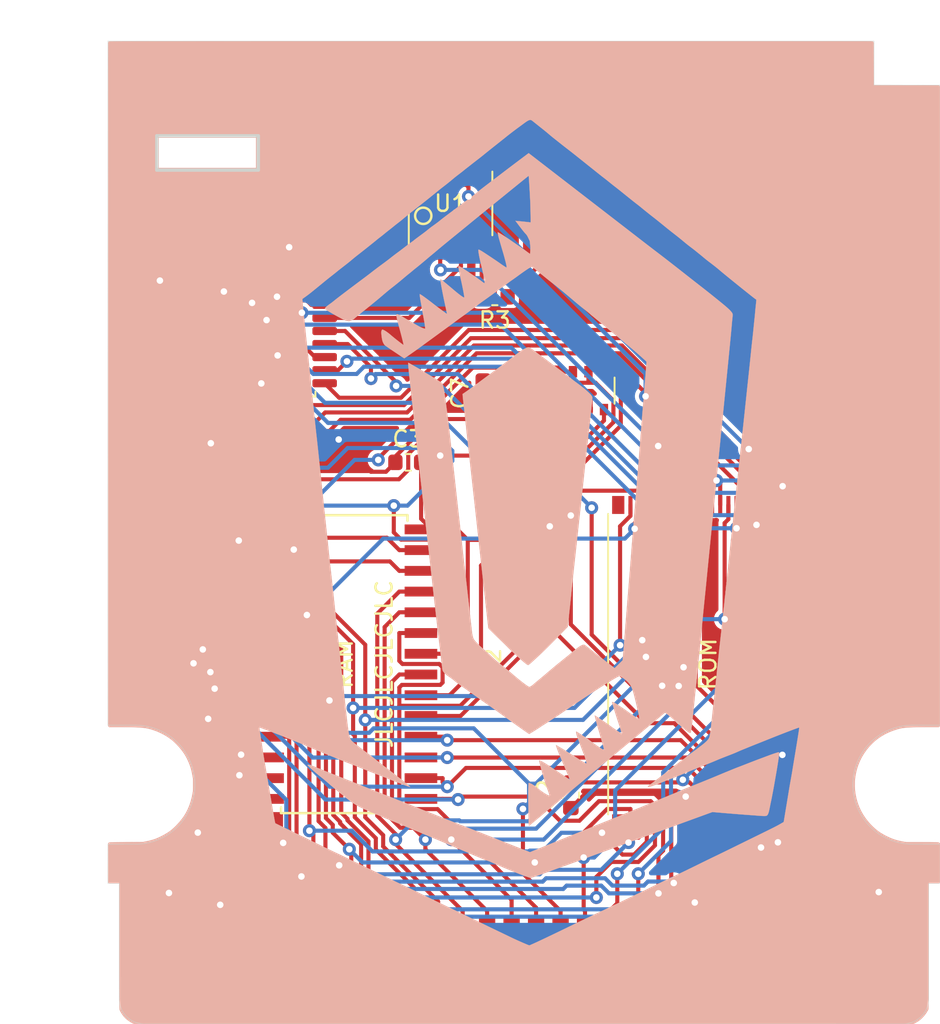
<source format=kicad_pcb>
(kicad_pcb (version 20171130) (host pcbnew "(5.1.2)-2")
  (layers (0 F.Cu signal) (31 B.Cu signal) (34 B.Paste user) (35 F.Paste user) (36 B.SilkS user) (37 F.SilkS user) (38 B.Mask user) (39 F.Mask user) (44 Edge.Cuts user))
  (net 0 "")
  (net 1 GND)
  (net 2 "Net-(R3-Pad2)")
  (net 3 "Net-(B1-Pad1)")
  (net 4 "Net-(C5-Pad2)")
  (net 5 "Net-(U2-Pad5)")
  (net 6 "Net-(U4-Pad13)")
  (net 7 "Net-(U4-Pad42)")
  (net 8 VCC)
  (net 9 XIN)
  (net 10 PWR)
  (net 11 AA14)
  (net 12 A12)
  (net 13 A7)
  (net 14 A6)
  (net 15 A5)
  (net 16 A4)
  (net 17 A3)
  (net 18 A2)
  (net 19 A1)
  (net 20 A0)
  (net 21 D0)
  (net 22 D1)
  (net 23 D2)
  (net 24 D3)
  (net 25 D4)
  (net 26 D5)
  (net 27 D6)
  (net 28 D7)
  (net 29 "#CE")
  (net 30 A10)
  (net 31 \RD)
  (net 32 A11)
  (net 33 A9)
  (net 34 A8)
  (net 35 AA13)
  (net 36 \WR)
  (net 37 XOUT)
  (net 38 CLK)
  (net 39 CS)
  (net 40 A13)
  (net 41 A14)
  (net 42 A15)
  (net 43 RESET)
  (net 44 \RST)
  (net 45 \RAMCS)
  (net 46 RA14)
  (net 47 RA15)
  (net 48 RA16)
  (net 49 RA17)
  (net 50 RA18)
  (net 51 RA19)
  (net 52 RA20)
  (net 53 RA21)
  (net 54 WE_AUDIO)
  (net 55 "Net-(U1-Pad5)")
  (module Custom:Suicune-Back-Silkscreen (layer B.Cu) (at 58.542581 99.90646 180)
    (fp_text reference G*** hide)
    (fp_text value LOGO hide)
  )
  (module Custom:AM29F0XX (layer F.Cu) (at 101.681 107.97 270)
    (fp_text reference ROM (at 0 -0.00028 90) (layer F.SilkS))
    (fp_text value AM29F016)
    (pad "25 | 26" smd rect (at 9.75 5.5 270) (size 1.1 0.75) (layers F.Cu F.Paste F.Mask))
    (pad "47 | 48" smd rect (at 9.75 -5.5 270) (size 1.1 0.75) (layers F.Cu F.Paste F.Mask))
    (pad "23 | 24" smd rect (at -9.75 5.5 270) (size 1.1 0.75) (layers F.Cu F.Paste F.Mask))
    (pad "1 | 2" smd rect (at -9.75 -5.5 270) (size 1.1 0.75) (layers F.Cu F.Paste F.Mask))
    (pad 46 smd rect (at 9.75 -4.75 270) (size 1.1 0.25) (layers F.Cu F.Paste F.Mask) (net 52 RA20))
    (pad 45 smd rect (at 9.75 -4.25 270) (size 1.1 0.25) (layers F.Cu F.Paste F.Mask) (net 53 RA21))
    (pad 44 smd rect (at 9.75 -3.75 270) (size 1.1 0.25) (layers F.Cu F.Paste F.Mask) (net 54 WE_AUDIO))
    (pad 43 smd rect (at 9.75 -3.25 270) (size 1.1 0.25) (layers F.Cu F.Paste F.Mask) (net 31 \RD))
    (pad 42 smd rect (at 9.75 -2.75 270) (size 1.1 0.25) (layers F.Cu F.Paste F.Mask) (net 7 "Net-(U4-Pad42)"))
    (pad 41 smd rect (at 9.75 -2.25 270) (size 1.1 0.25) (layers F.Cu F.Paste F.Mask) (net 28 D7))
    (pad 40 smd rect (at 9.75 -1.75 270) (size 1.1 0.25) (layers F.Cu F.Paste F.Mask) (net 27 D6))
    (pad 39 smd rect (at 9.75 -1.25 270) (size 1.1 0.25) (layers F.Cu F.Paste F.Mask) (net 26 D5))
    (pad 38 smd rect (at 9.75 -0.75 270) (size 1.1 0.25) (layers F.Cu F.Paste F.Mask) (net 25 D4))
    (pad 37 smd rect (at 9.75 -0.25 270) (size 1.1 0.25) (layers F.Cu F.Paste F.Mask) (net 8 VCC))
    (pad 36 smd rect (at 9.75 0.25 270) (size 1.1 0.25) (layers F.Cu F.Paste F.Mask) (net 1 GND))
    (pad 35 smd rect (at 9.75 0.75 270) (size 1.1 0.25) (layers F.Cu F.Paste F.Mask) (net 1 GND))
    (pad 34 smd rect (at 9.75 1.25 270) (size 1.1 0.25) (layers F.Cu F.Paste F.Mask) (net 24 D3))
    (pad 33 smd rect (at 9.75 1.75 270) (size 1.1 0.25) (layers F.Cu F.Paste F.Mask) (net 23 D2))
    (pad 32 smd rect (at 9.75 2.25 270) (size 1.1 0.25) (layers F.Cu F.Paste F.Mask) (net 22 D1))
    (pad 31 smd rect (at 9.75 2.75 270) (size 1.1 0.25) (layers F.Cu F.Paste F.Mask) (net 21 D0))
    (pad 30 smd rect (at 9.75 3.25 270) (size 1.1 0.25) (layers F.Cu F.Paste F.Mask) (net 20 A0))
    (pad 29 smd rect (at 9.75 3.75 270) (size 1.1 0.25) (layers F.Cu F.Paste F.Mask) (net 19 A1))
    (pad 28 smd rect (at 9.75 4.25 270) (size 1.1 0.25) (layers F.Cu F.Paste F.Mask) (net 18 A2))
    (pad 27 smd rect (at 9.75 4.75 270) (size 1.1 0.25) (layers F.Cu F.Paste F.Mask) (net 17 A3))
    (pad 22 smd rect (at -9.75 4.75 270) (size 1.1 0.25) (layers F.Cu F.Paste F.Mask) (net 16 A4))
    (pad 21 smd rect (at -9.75 4.25 270) (size 1.1 0.25) (layers F.Cu F.Paste F.Mask) (net 15 A5))
    (pad 20 smd rect (at -9.75 3.75 270) (size 1.1 0.25) (layers F.Cu F.Paste F.Mask) (net 14 A6))
    (pad 19 smd rect (at -9.75 3.25 270) (size 1.1 0.25) (layers F.Cu F.Paste F.Mask) (net 13 A7))
    (pad 18 smd rect (at -9.75 2.75 270) (size 1.1 0.25) (layers F.Cu F.Paste F.Mask) (net 34 A8))
    (pad 17 smd rect (at -9.75 2.25 270) (size 1.1 0.25) (layers F.Cu F.Paste F.Mask) (net 33 A9))
    (pad 16 smd rect (at -9.75 1.75 270) (size 1.1 0.25) (layers F.Cu F.Paste F.Mask) (net 30 A10))
    (pad 15 smd rect (at -9.75 1.25 270) (size 1.1 0.25) (layers F.Cu F.Paste F.Mask) (net 32 A11))
    (pad 14 smd rect (at -9.75 0.75 270) (size 1.1 0.25) (layers F.Cu F.Paste F.Mask) (net 43 RESET))
    (pad 13 smd rect (at -9.75 0.25 270) (size 1.1 0.25) (layers F.Cu F.Paste F.Mask) (net 6 "Net-(U4-Pad13)"))
    (pad 12 smd rect (at -9.75 -0.25 270) (size 1.1 0.25) (layers F.Cu F.Paste F.Mask) (net 8 VCC))
    (pad 11 smd rect (at -9.75 -0.75 270) (size 1.1 0.25) (layers F.Cu F.Paste F.Mask) (net 42 A15))
    (pad 10 smd rect (at -9.75 -1.25 270) (size 1.1 0.25) (layers F.Cu F.Paste F.Mask) (net 12 A12))
    (pad 9 smd rect (at -9.75 -1.75 270) (size 1.1 0.25) (layers F.Cu F.Paste F.Mask) (net 40 A13))
    (pad 8 smd rect (at -9.75 -2.25 270) (size 1.1 0.25) (layers F.Cu F.Paste F.Mask) (net 46 RA14))
    (pad 7 smd rect (at -9.75 -2.75 270) (size 1.1 0.25) (layers F.Cu F.Paste F.Mask) (net 47 RA15))
    (pad 6 smd rect (at -9.75 -3.25 270) (size 1.1 0.25) (layers F.Cu F.Paste F.Mask) (net 48 RA16))
    (pad 5 smd rect (at -9.75 -3.75 270) (size 1.1 0.25) (layers F.Cu F.Paste F.Mask) (net 49 RA17))
    (pad 4 smd rect (at -9.75 -4.25 270) (size 1.1 0.25) (layers F.Cu F.Paste F.Mask) (net 50 RA18))
    (pad 3 smd rect (at -9.75 -4.75 270) (size 1.1 0.25) (layers F.Cu F.Paste F.Mask) (net 51 RA19))
  )
  (module Package_SO:SOIC-8_3.9x4.9mm_P1.27mm (layer F.Cu) (at 85.9053 79.7484 90)
    (fp_text reference U1 (at 0 0 180) (layer F.SilkS))
    (fp_text value BA6129AF)
    (pad 1 smd roundrect (at -2.475 -1.905 90) (size 1.95 0.6) (layers F.Cu F.Paste F.Mask) (net 1 GND))
    (pad 2 smd roundrect (at -2.475 -0.635 90) (size 1.95 0.6) (layers F.Cu F.Paste F.Mask) (net 43 RESET))
    (pad 3 smd roundrect (at -2.475 0.635 90) (size 1.95 0.6) (layers F.Cu F.Paste F.Mask) (net 44 \RST))
    (pad 4 smd roundrect (at -2.475 1.905 90) (size 1.95 0.6) (layers F.Cu F.Paste F.Mask) (net 2 "Net-(R3-Pad2)"))
    (pad 5 smd roundrect (at 2.475 1.905 90) (size 1.95 0.6) (layers F.Cu F.Paste F.Mask) (net 5 "Net-(U2-Pad5)"))
    (pad 6 smd roundrect (at 2.475 0.635 90) (size 1.95 0.6) (layers F.Cu F.Paste F.Mask) (net 10 PWR))
    (pad 7 smd roundrect (at 2.475 -0.635 90) (size 1.95 0.6) (layers F.Cu F.Paste F.Mask) (net 1 GND))
    (pad 8 smd roundrect (at 2.475 -1.905 90) (size 1.95 0.6) (layers F.Cu F.Paste F.Mask) (net 8 VCC))
  )
  (module Custom:Resonator_SMD_muRata_CDSCB-2pin_4.5x2.0mm_HandSoldering (layer F.Cu) (at 79.1982 76.6688 270)
    (fp_text reference Y1 (at -2.49428 1.66726) (layer F.SilkS))
    (fp_text value Crystal)
    (pad 1 smd rect (at -1 0 270) (size 1 4.55) (layers F.Cu F.Paste F.Mask) (net 4 "Net-(C5-Pad2)"))
    (pad 2 smd rect (at 1 0 270) (size 1 4.55) (layers F.Cu F.Paste F.Mask) (net 9 XIN))
  )
  (module Custom:GBBus (layer F.Cu) (at 66.2462 123.42)
    (fp_text reference U0 hide)
    (fp_text value CartBus hide)
    (pad 1 smd rect (at 0.7 3 180) (size 1.4 6) (layers F.Cu F.Paste F.Mask) (net 8 VCC))
    (pad 2 smd rect (at 2.4 3) (size 1 6) (layers F.Cu F.Paste F.Mask) (net 38 CLK))
    (pad 4 smd rect (at 5.4 3 180) (size 1 6) (layers F.Cu F.Paste F.Mask) (net 31 \RD))
    (pad 5 smd rect (at 6.9 3) (size 1 6) (layers F.Cu F.Paste F.Mask) (net 39 CS))
    (pad 6 smd rect (at 8.4 3) (size 1 6) (layers F.Cu F.Paste F.Mask) (net 20 A0))
    (pad 7 smd rect (at 9.9 3) (size 1 6) (layers F.Cu F.Paste F.Mask) (net 19 A1))
    (pad 8 smd rect (at 11.4 3) (size 1 6) (layers F.Cu F.Paste F.Mask) (net 18 A2))
    (pad 9 smd rect (at 12.9 3) (size 1 6) (layers F.Cu F.Paste F.Mask) (net 17 A3))
    (pad 10 smd rect (at 14.4 3) (size 1 6) (layers F.Cu F.Paste F.Mask) (net 16 A4))
    (pad 11 smd rect (at 15.9 3) (size 1 6) (layers F.Cu F.Paste F.Mask) (net 15 A5))
    (pad 12 smd rect (at 17.4 3) (size 1 6) (layers F.Cu F.Paste F.Mask) (net 14 A6))
    (pad 13 smd rect (at 18.9 3) (size 1 6) (layers F.Cu F.Paste F.Mask) (net 13 A7))
    (pad 14 smd rect (at 20.4 3) (size 1 6) (layers F.Cu F.Paste F.Mask) (net 34 A8))
    (pad 15 smd rect (at 21.9 3) (size 1 6) (layers F.Cu F.Paste F.Mask) (net 33 A9))
    (pad 16 smd rect (at 23.4 3) (size 1 6) (layers F.Cu F.Paste F.Mask) (net 30 A10))
    (pad 17 smd rect (at 24.9 3) (size 1 6) (layers F.Cu F.Paste F.Mask) (net 32 A11))
    (pad 18 smd rect (at 26.4 3) (size 1 6) (layers F.Cu F.Paste F.Mask) (net 12 A12))
    (pad 19 smd rect (at 27.9 3) (size 1 6) (layers F.Cu F.Paste F.Mask) (net 40 A13))
    (pad 20 smd rect (at 29.4 3) (size 1 6) (layers F.Cu F.Paste F.Mask) (net 41 A14))
    (pad 21 smd rect (at 30.9 3) (size 1 6) (layers F.Cu F.Paste F.Mask) (net 42 A15))
    (pad 3 smd rect (at 3.9 3 180) (size 1 6) (layers F.Cu F.Paste F.Mask) (net 36 \WR))
    (pad 22 smd rect (at 32.4 3) (size 1 6) (layers F.Cu F.Paste F.Mask) (net 21 D0))
    (pad 23 smd rect (at 33.9 3) (size 1 6) (layers F.Cu F.Paste F.Mask) (net 22 D1))
    (pad 24 smd rect (at 35.4 3) (size 1 6) (layers F.Cu F.Paste F.Mask) (net 23 D2))
    (pad 25 smd rect (at 36.9 3) (size 1 6) (layers F.Cu F.Paste F.Mask) (net 24 D3))
    (pad 26 smd rect (at 38.4 3) (size 1 6) (layers F.Cu F.Paste F.Mask) (net 25 D4))
    (pad 27 smd rect (at 39.9 3) (size 1 6) (layers F.Cu F.Paste F.Mask) (net 26 D5))
    (pad 28 smd rect (at 41.4 3) (size 1 6) (layers F.Cu F.Paste F.Mask) (net 27 D6))
    (pad 29 smd rect (at 42.9 3) (size 1 6) (layers F.Cu F.Paste F.Mask) (net 28 D7))
    (pad 30 smd rect (at 44.4 3) (size 1 6) (layers F.Cu F.Paste F.Mask) (net 43 RESET))
    (pad 31 smd rect (at 45.9 3) (size 1 6) (layers F.Cu F.Paste F.Mask) (net 54 WE_AUDIO))
    (pad 32 smd rect (at 47.6 3 180) (size 1.4 6) (layers F.Cu F.Paste F.Mask) (net 1 GND))
  )
  (module Capacitor_SMD:C_0603_1608Metric (layer F.Cu) (at 105.834 95.664 180)
    (fp_text reference C1 (at 0.051 1.524 180) (layer F.SilkS))
    (fp_text value "0.1 uF")
    (pad 2 smd roundrect (at 0.7875 0 180) (size 0.875 0.95) (layers F.Cu F.Paste F.Mask) (net 8 VCC))
    (pad 1 smd roundrect (at -0.7875 0 180) (size 0.875 0.95) (layers F.Cu F.Paste F.Mask) (net 1 GND))
  )
  (module Capacitor_SMD:C_0603_1608Metric (layer F.Cu) (at 93.2764 116.002 270)
    (fp_text reference C2 (at 0 1.524 90) (layer F.SilkS))
    (fp_text value "0.1 uF")
    (pad 2 smd roundrect (at 0.7875 0 270) (size 0.875 0.95) (layers F.Cu F.Paste F.Mask) (net 1 GND))
    (pad 1 smd roundrect (at -0.7875 0 270) (size 0.875 0.95) (layers F.Cu F.Paste F.Mask) (net 8 VCC))
  )
  (module Capacitor_SMD:C_0603_1608Metric (layer F.Cu) (at 83.312 95.6081)
    (fp_text reference C3 (at 0 -1.43) (layer F.SilkS))
    (fp_text value "0.1 uF")
    (pad 1 smd roundrect (at -0.7875 0) (size 0.875 0.95) (layers F.Cu F.Paste F.Mask) (net 1 GND))
    (pad 2 smd roundrect (at 0.7875 0) (size 0.875 0.95) (layers F.Cu F.Paste F.Mask) (net 8 VCC))
  )
  (module Capacitor_SMD:C_0603_1608Metric (layer F.Cu) (at 77.7265 80.5231 270)
    (fp_text reference C4 (at 0 9.012661 270) (layer F.SilkS))
    (fp_text value "15 pF")
    (pad 1 smd roundrect (at -0.7875 0 270) (size 0.875 0.95) (layers F.Cu F.Paste F.Mask) (net 9 XIN))
    (pad 2 smd roundrect (at 0.7875 0 270) (size 0.875 0.95) (layers F.Cu F.Paste F.Mask) (net 1 GND))
  )
  (module Capacitor_SMD:C_0603_1608Metric (layer F.Cu) (at 79.5122 80.5231 90)
    (fp_text reference C5 (at 0 -9.008281 90) (layer F.SilkS))
    (fp_text value "15 pF")
    (pad 2 smd roundrect (at 0.7875 0 90) (size 0.875 0.95) (layers F.Cu F.Paste F.Mask) (net 4 "Net-(C5-Pad2)"))
    (pad 1 smd roundrect (at -0.7875 0 90) (size 0.875 0.95) (layers F.Cu F.Paste F.Mask) (net 1 GND))
  )
  (module Capacitor_SMD:C_0603_1608Metric (layer F.Cu) (at 87.9094 91.3816 90)
    (fp_text reference C7 (at 0 -1.43 90) (layer F.SilkS))
    (fp_text value "0.1 uF")
    (pad 2 smd roundrect (at 0.7875 0 90) (size 0.875 0.95) (layers F.Cu F.Paste F.Mask) (net 8 VCC))
    (pad 1 smd roundrect (at -0.7875 0 90) (size 0.875 0.95) (layers F.Cu F.Paste F.Mask) (net 1 GND))
  )
  (module Resistor_SMD:R_0603_1608Metric (layer F.Cu) (at 81.3022 80.5231 90)
    (fp_text reference R1 (at 0 -9.008281 90) (layer F.SilkS))
    (fp_text value 300Kohm)
    (pad 1 smd roundrect (at -0.7875 0 90) (size 0.875 0.95) (layers F.Cu F.Paste F.Mask) (net 37 XOUT))
    (pad 2 smd roundrect (at 0.7875 0 90) (size 0.875 0.95) (layers F.Cu F.Paste F.Mask) (net 4 "Net-(C5-Pad2)"))
  )
  (module Resistor_SMD:R_0603_1608Metric (layer F.Cu) (at 86.9594 107.97 90)
    (fp_text reference R2 (at 0 1.524 90) (layer F.SilkS))
    (fp_text value "10 Kohm")
    (pad 2 smd roundrect (at 0.7875 0 90) (size 0.875 0.95) (layers F.Cu F.Paste F.Mask) (net 8 VCC))
    (pad 1 smd roundrect (at -0.7875 0 90) (size 0.875 0.95) (layers F.Cu F.Paste F.Mask) (net 29 "#CE"))
  )
  (module Resistor_SMD:R_0603_1608Metric (layer F.Cu) (at 88.6155 85.471 180)
    (fp_text reference R3 (at 0 -1.43) (layer F.SilkS))
    (fp_text value "1 Kohm")
    (pad 1 smd roundrect (at -0.7875 0 180) (size 0.875 0.95) (layers F.Cu F.Paste F.Mask) (net 3 "Net-(B1-Pad1)"))
    (pad 2 smd roundrect (at 0.7875 0 180) (size 0.875 0.95) (layers F.Cu F.Paste F.Mask) (net 2 "Net-(R3-Pad2)"))
  )
  (module Custom:BK-6219-TR (layer F.Cu) (at 102.725 80.6348)
    (fp_text reference B1 hide)
    (fp_text value Battery_Cell)
    (pad 2 smd circle (at 0 0) (size 12.7 12.7) (layers F.Cu F.Paste F.Mask) (net 1 GND))
    (pad 1 smd rect (at -10.985 0) (size 2.79 5.08) (layers F.Cu F.Paste F.Mask) (net 3 "Net-(B1-Pad1)"))
    (pad 1 smd rect (at 10.985 0) (size 2.79 5.08) (layers F.Cu F.Paste F.Mask) (net 3 "Net-(B1-Pad1)"))
  )
  (module Package_SO:SOIC-28W_7.5x17.9mm_P1.27mm (layer F.Cu) (at 79.3904 107.97)
    (fp_text reference RAM (at -0.0002 -0.0002 90) (layer F.SilkS))
    (fp_text value FM18W08)
    (pad 1 smd rect (at -4.7 -8.255) (size 2 0.6) (layers F.Cu F.Paste F.Mask) (net 11 AA14))
    (pad 2 smd rect (at -4.7 -6.985) (size 2 0.6) (layers F.Cu F.Paste F.Mask) (net 12 A12))
    (pad 3 smd rect (at -4.7 -5.715) (size 2 0.6) (layers F.Cu F.Paste F.Mask) (net 13 A7))
    (pad 4 smd rect (at -4.7 -4.445) (size 2 0.6) (layers F.Cu F.Paste F.Mask) (net 14 A6))
    (pad 5 smd rect (at -4.7 -3.175) (size 2 0.6) (layers F.Cu F.Paste F.Mask) (net 15 A5))
    (pad 6 smd rect (at -4.7 -1.905) (size 2 0.6) (layers F.Cu F.Paste F.Mask) (net 16 A4))
    (pad 7 smd rect (at -4.7 -0.635) (size 2 0.6) (layers F.Cu F.Paste F.Mask) (net 17 A3))
    (pad 8 smd rect (at -4.7 0.635) (size 2 0.6) (layers F.Cu F.Paste F.Mask) (net 18 A2))
    (pad 9 smd rect (at -4.7 1.905) (size 2 0.6) (layers F.Cu F.Paste F.Mask) (net 19 A1))
    (pad 10 smd rect (at -4.7 3.175) (size 2 0.6) (layers F.Cu F.Paste F.Mask) (net 20 A0))
    (pad 11 smd rect (at -4.7 4.445) (size 2 0.6) (layers F.Cu F.Paste F.Mask) (net 21 D0))
    (pad 12 smd rect (at -4.7 5.715) (size 2 0.6) (layers F.Cu F.Paste F.Mask) (net 22 D1))
    (pad 13 smd rect (at -4.7 6.985) (size 2 0.6) (layers F.Cu F.Paste F.Mask) (net 23 D2))
    (pad 14 smd rect (at -4.7 8.255) (size 2 0.6) (layers F.Cu F.Paste F.Mask) (net 1 GND))
    (pad 15 smd rect (at 4.7 8.255) (size 2 0.6) (layers F.Cu F.Paste F.Mask) (net 24 D3))
    (pad 16 smd rect (at 4.7 6.985) (size 2 0.6) (layers F.Cu F.Paste F.Mask) (net 25 D4))
    (pad 17 smd rect (at 4.7 5.715) (size 2 0.6) (layers F.Cu F.Paste F.Mask) (net 26 D5))
    (pad 18 smd rect (at 4.7 4.445) (size 2 0.6) (layers F.Cu F.Paste F.Mask) (net 27 D6))
    (pad 19 smd rect (at 4.7 3.175) (size 2 0.6) (layers F.Cu F.Paste F.Mask) (net 28 D7))
    (pad 20 smd rect (at 4.7 1.905) (size 2 0.6) (layers F.Cu F.Paste F.Mask) (net 29 "#CE"))
    (pad 21 smd rect (at 4.7 0.635) (size 2 0.6) (layers F.Cu F.Paste F.Mask) (net 30 A10))
    (pad 22 smd rect (at 4.7 -0.635) (size 2 0.6) (layers F.Cu F.Paste F.Mask) (net 31 \RD))
    (pad 23 smd rect (at 4.7 -1.905) (size 2 0.6) (layers F.Cu F.Paste F.Mask) (net 32 A11))
    (pad 24 smd rect (at 4.7 -3.175) (size 2 0.6) (layers F.Cu F.Paste F.Mask) (net 33 A9))
    (pad 25 smd rect (at 4.7 -4.445) (size 2 0.6) (layers F.Cu F.Paste F.Mask) (net 34 A8))
    (pad 26 smd rect (at 4.7 -5.715) (size 2 0.6) (layers F.Cu F.Paste F.Mask) (net 35 AA13))
    (pad 27 smd rect (at 4.7 -6.985) (size 2 0.6) (layers F.Cu F.Paste F.Mask) (net 36 \WR))
    (pad 28 smd rect (at 4.7 -8.255) (size 2 0.6) (layers F.Cu F.Paste F.Mask) (net 8 VCC))
  )
  (module Capacitor_SMD:C_0603_1608Metric (layer F.Cu) (at 67.0154 85.8368 90)
    (fp_text reference C6 (at 2.45876 -0.00004 90) (layer F.SilkS))
    (fp_text value "0.1 uF")
    (pad 1 smd roundrect (at -0.7875 0 90) (size 0.875 0.95) (layers F.Cu F.Paste F.Mask) (net 10 PWR))
    (pad 2 smd roundrect (at 0.7875 0 90) (size 0.875 0.95) (layers F.Cu F.Paste F.Mask) (net 1 GND))
  )
  (module Package_QFP:LQFP-32_7x7mm_P0.8mm (layer F.Cu) (at 74.0131 87.9627 90)
    (fp_text reference MBC30 (at 0 0 180) (layer F.SilkS))
    (fp_text value MBC30)
    (pad 1 smd roundrect (at -4.175 -2.8 90) (size 1.5 0.5) (layers F.Cu F.Paste F.Mask) (net 38 CLK))
    (pad 2 smd roundrect (at -4.175 -2 90) (size 1.5 0.5) (layers F.Cu F.Paste F.Mask) (net 35 AA13))
    (pad 3 smd roundrect (at -4.175 -1.2 90) (size 1.5 0.5) (layers F.Cu F.Paste F.Mask) (net 11 AA14))
    (pad 4 smd roundrect (at -4.175 -0.4 90) (size 1.5 0.5) (layers F.Cu F.Paste F.Mask) (net 45 \RAMCS))
    (pad 5 smd roundrect (at -4.175 0.4 90) (size 1.5 0.5) (layers F.Cu F.Paste F.Mask) (net 55 "Net-(U1-Pad5)"))
    (pad 6 smd roundrect (at -4.175 1.2 90) (size 1.5 0.5) (layers F.Cu F.Paste F.Mask) (net 46 RA14))
    (pad 7 smd roundrect (at -4.175 2 90) (size 1.5 0.5) (layers F.Cu F.Paste F.Mask) (net 47 RA15))
    (pad 8 smd roundrect (at -4.175 2.8 90) (size 1.5 0.5) (layers F.Cu F.Paste F.Mask) (net 48 RA16))
    (pad 9 smd roundrect (at -2.8 4.175 90) (size 0.5 1.5) (layers F.Cu F.Paste F.Mask) (net 49 RA17))
    (pad 10 smd roundrect (at -2 4.175 90) (size 0.5 1.5) (layers F.Cu F.Paste F.Mask) (net 50 RA18))
    (pad 11 smd roundrect (at -1.2 4.175 90) (size 0.5 1.5) (layers F.Cu F.Paste F.Mask) (net 51 RA19))
    (pad 12 smd roundrect (at -0.4 4.175 90) (size 0.5 1.5) (layers F.Cu F.Paste F.Mask) (net 52 RA20))
    (pad 13 smd roundrect (at 0.4 4.175 90) (size 0.5 1.5) (layers F.Cu F.Paste F.Mask) (net 53 RA21))
    (pad 14 smd roundrect (at 1.2 4.175 90) (size 0.5 1.5) (layers F.Cu F.Paste F.Mask) (net 44 \RST))
    (pad 15 smd roundrect (at 2 4.175 90) (size 0.5 1.5) (layers F.Cu F.Paste F.Mask) (net 36 \WR))
    (pad 16 smd roundrect (at 2.8 4.175 90) (size 0.5 1.5) (layers F.Cu F.Paste F.Mask) (net 9 XIN))
    (pad 17 smd roundrect (at 4.175 2.8 90) (size 1.5 0.5) (layers F.Cu F.Paste F.Mask) (net 37 XOUT))
    (pad 18 smd roundrect (at 4.175 2 90) (size 1.5 0.5) (layers F.Cu F.Paste F.Mask) (net 31 \RD))
    (pad 19 smd roundrect (at 4.175 1.2 90) (size 1.5 0.5) (layers F.Cu F.Paste F.Mask) (net 42 A15))
    (pad 20 smd roundrect (at 4.175 0.4 90) (size 1.5 0.5) (layers F.Cu F.Paste F.Mask) (net 41 A14))
    (pad 21 smd roundrect (at 4.175 -0.4 90) (size 1.5 0.5) (layers F.Cu F.Paste F.Mask) (net 40 A13))
    (pad 22 smd roundrect (at 4.175 -1.2 90) (size 1.5 0.5) (layers F.Cu F.Paste F.Mask) (net 1 GND))
    (pad 23 smd roundrect (at 4.175 -2 90) (size 1.5 0.5) (layers F.Cu F.Paste F.Mask) (net 1 GND))
    (pad 24 smd roundrect (at 4.175 -2.8 90) (size 1.5 0.5) (layers F.Cu F.Paste F.Mask) (net 10 PWR))
    (pad 25 smd roundrect (at 2.8 -4.175 90) (size 0.5 1.5) (layers F.Cu F.Paste F.Mask) (net 28 D7))
    (pad 26 smd roundrect (at 2 -4.175 90) (size 0.5 1.5) (layers F.Cu F.Paste F.Mask) (net 27 D6))
    (pad 27 smd roundrect (at 1.2 -4.175 90) (size 0.5 1.5) (layers F.Cu F.Paste F.Mask) (net 26 D5))
    (pad 28 smd roundrect (at 0.4 -4.175 90) (size 0.5 1.5) (layers F.Cu F.Paste F.Mask) (net 25 D4))
    (pad 29 smd roundrect (at -0.4 -4.175 90) (size 0.5 1.5) (layers F.Cu F.Paste F.Mask) (net 24 D3))
    (pad 30 smd roundrect (at -1.2 -4.175 90) (size 0.5 1.5) (layers F.Cu F.Paste F.Mask) (net 23 D2))
    (pad 31 smd roundrect (at -2 -4.175 90) (size 0.5 1.5) (layers F.Cu F.Paste F.Mask) (net 22 D1))
    (pad 32 smd roundrect (at -2.8 -4.175 90) (size 0.5 1.5) (layers F.Cu F.Paste F.Mask) (net 21 D0))
  )
  (module Package_SO:TSOP-6_1.65x3.05mm_P0.95mm (layer F.Cu) (at 94.3559 91.2165 90)
    (fp_text reference U2 (at 0 -2.45 90) (layer F.SilkS))
    (fp_text value 74LVC1G332GW,125)
    (pad 1 smd rect (at -1.16 -0.95 90) (size 0.7 0.51) (layers F.Cu F.Paste F.Mask) (net 45 \RAMCS))
    (pad 2 smd rect (at -1.16 0 90) (size 0.7 0.51) (layers F.Cu F.Paste F.Mask) (net 1 GND))
    (pad 3 smd rect (at -1.16 0.95 90) (size 0.7 0.51) (layers F.Cu F.Paste F.Mask) (net 38 CLK))
    (pad 4 smd rect (at 1.16 0.95 90) (size 0.7 0.51) (layers F.Cu F.Paste F.Mask) (net 29 "#CE"))
    (pad 5 smd rect (at 1.16 0 90) (size 0.7 0.51) (layers F.Cu F.Paste F.Mask) (net 8 VCC))
    (pad 6 smd rect (at 1.16 -0.95 90) (size 0.7 0.51) (layers F.Cu F.Paste F.Mask) (net 39 CS))
  )
  (gr_text CR2025 (at 102.725 73.23074) (layer F.SilkS) (effects (font (size 1 1))))
  (gr_text "MBC30 REV 1.3.1" (at 101.48204 71.33082) (layer F.SilkS) (effects (font (size 1.5 1.5) (thickness 0.3))))
  (gr_line (start 75.89266 80.55102) (end 75.43038 81.0133) (layer F.SilkS) (width 0.15))
  (gr_line (start 75.43038 80.08874) (end 75.89266 80.55102) (layer F.SilkS) (width 0.15))
  (gr_line (start 73.53808 80.55102) (end 75.89266 80.55102) (layer F.SilkS) (width 0.15))
  (gr_circle (center 84.23148 80.5066) (end 84.69884 80.33134) (layer F.SilkS) (width 0.15))
  (gr_circle (center 91.73848 93.0402) (end 92.20584 92.86494) (layer F.SilkS) (width 0.15))
  (gr_circle (center 106.63298 99.80168) (end 107.10034 99.62642) (layer F.SilkS) (width 0.15))
  (gr_circle (center 76.7334 99.92992) (end 77.20076 99.75466) (layer F.SilkS) (width 0.15))
  (gr_circle (center 71.52386 90.4621) (end 71.99122 90.28684) (layer F.SilkS) (width 0.15))
  (gr_text JLCJLCJLCJLC (at 81.84134 107.96778 90) (layer F.SilkS) (effects (font (size 1 1))))
  (gr_line (start 74.12482 75.60204) (end 67.90182 75.60204) (layer Edge.Cuts) (width 0.2))
  (gr_line (start 74.12482 75.60204) (end 74.12482 77.7088) (layer Edge.Cuts) (width 0.2))
  (gr_line (start 67.90182 77.7088) (end 74.12482 77.7088) (layer Edge.Cuts) (width 0.2))
  (gr_line (start 67.90182 75.60204) (end 67.90182 77.7088) (layer Edge.Cuts) (width 0.2))
  (gr_arc (start 66.61622 115.35556) (end 66.61622 119.00552) (angle -180) (layer Edge.Cuts) (width 0.0254))
  (gr_line (start 66.6115 119.00552) (end 64.90622 119.00556) (layer Edge.Cuts) (width 0.0254))
  (gr_line (start 64.90622 119.00556) (end 64.90622 121.402) (layer Edge.Cuts) (width 0.0254))
  (gr_line (start 64.90622 111.7056) (end 66.6115 111.70556) (layer Edge.Cuts) (width 0.0254))
  (gr_line (start 115.90622 121.402) (end 115.90622 119.00556) (layer Edge.Cuts) (width 0.0254))
  (gr_line (start 115.90622 119.00556) (end 114.20094 119.00556) (layer Edge.Cuts) (width 0.0254))
  (gr_line (start 114.20094 111.70564) (end 115.90622 111.7056) (layer Edge.Cuts) (width 0.0254))
  (gr_arc (start 114.20094 115.3556) (end 114.20094 111.70564) (angle -180) (layer Edge.Cuts) (width 0.0254))
  (gr_line (start 115.90622 72.502) (end 111.85622 72.502) (layer Edge.Cuts) (width 0.0254))
  (gr_arc (start 113.62535 128.427) (end 115.20622 128.362) (angle 86.88278645) (layer Edge.Cuts) (width 0.0254))
  (gr_arc (start 67.13122 128.47668) (end 67.14622 130.002) (angle 91.86616649) (layer Edge.Cuts) (width 0.0254))
  (gr_line (start 111.85622 69.802) (end 64.90622 69.802) (layer Edge.Cuts) (width 0.0254))
  (gr_line (start 115.20622 128.362) (end 115.20622 121.402) (layer Edge.Cuts) (width 0.0254))
  (gr_line (start 115.20622 121.402) (end 115.90622 121.402) (layer Edge.Cuts) (width 0.0254))
  (gr_line (start 65.60622 121.402) (end 65.60622 128.442) (layer Edge.Cuts) (width 0.0254))
  (gr_line (start 67.14622 130.002) (end 113.77622 130.002) (layer Edge.Cuts) (width 0.0254))
  (gr_line (start 64.90622 69.802) (end 64.90622 111.7056) (layer Edge.Cuts) (width 0.0254))
  (gr_line (start 111.85622 72.502) (end 111.85622 69.802) (layer Edge.Cuts) (width 0.0254))
  (gr_line (start 115.90622 111.7056) (end 115.90622 72.502) (layer Edge.Cuts) (width 0.0254))
  (gr_line (start 64.90622 121.402) (end 65.60622 121.402) (layer Edge.Cuts) (width 0.0254))
  (gr_line (start 91.16944 119.54984) (end 91.14944 119.54984) (layer F.SilkS) (width 0.01))
  (segment (start 82.5245 95.6081) (end 81.9478 96.1848) (width 0.25) (layer F.Cu) (net 1))
  (segment (start 81.9478 96.1848) (end 81.0233 96.1848) (width 0.25) (layer F.Cu) (net 1))
  (segment (start 81.0233 96.1848) (end 79.0485 94.21) (width 0.25) (layer F.Cu) (net 1))
  (segment (start 97.3324 86.0274) (end 102.725 80.6348) (width 0.25) (layer F.Cu) (net 1))
  (segment (start 85.2468 80.5231) (end 87.7597 80.5231) (width 0.25) (layer F.Cu) (net 1))
  (segment (start 87.7597 80.5231) (end 88.6155 81.3789) (width 0.25) (layer F.Cu) (net 1))
  (segment (start 88.6155 81.3789) (end 88.6155 85.9334) (width 0.25) (layer F.Cu) (net 1))
  (segment (start 88.6155 85.9334) (end 88.9634 86.2813) (width 0.25) (layer F.Cu) (net 1))
  (segment (start 88.9634 86.2813) (end 97.0785 86.2813) (width 0.25) (layer F.Cu) (net 1))
  (segment (start 97.0785 86.2813) (end 97.3324 86.0274) (width 0.25) (layer F.Cu) (net 1))
  (segment (start 106.6215 95.3165) (end 106.6215 95.664) (width 0.25) (layer F.Cu) (net 1))
  (segment (start 85.2468 80.5231) (end 85.2468 79.4028) (width 0.25) (layer F.Cu) (net 1))
  (segment (start 85.2468 79.4028) (end 84.4184 78.5744) (width 0.25) (layer F.Cu) (net 1))
  (segment (start 84.0003 82.2234) (end 84.0003 81.7696) (width 0.25) (layer F.Cu) (net 1))
  (segment (start 76.145 81.3106) (end 74.6954 81.3106) (width 0.25) (layer F.Cu) (net 1))
  (segment (start 72.8131 83.1929) (end 72.8131 83.7877) (width 0.25) (layer F.Cu) (net 1))
  (segment (start 77.7265 81.3106) (end 76.145 81.3106) (width 0.25) (layer F.Cu) (net 1))
  (segment (start 76.145 81.3106) (end 76.145 75.4782) (width 0.25) (layer F.Cu) (net 1))
  (segment (start 76.145 75.4782) (end 76.7798 74.8434) (width 0.25) (layer F.Cu) (net 1))
  (segment (start 76.7798 74.8434) (end 81.6216 74.8434) (width 0.25) (layer F.Cu) (net 1))
  (segment (start 81.6216 74.8434) (end 82.6523 75.8741) (width 0.25) (layer F.Cu) (net 1))
  (segment (start 82.6523 75.8741) (end 82.6523 77.5908) (width 0.25) (layer F.Cu) (net 1))
  (segment (start 82.6523 77.5908) (end 83.6359 78.5744) (width 0.25) (layer F.Cu) (net 1))
  (segment (start 83.6359 78.5744) (end 84.4184 78.5744) (width 0.25) (layer F.Cu) (net 1))
  (segment (start 85.2703 77.7225) (end 85.2703 77.2734) (width 0.25) (layer F.Cu) (net 1))
  (segment (start 77.7265 81.3106) (end 79.5122 81.3106) (width 0.25) (layer F.Cu) (net 1))
  (segment (start 71.1993 85.9582) (end 71.1993 86.6307) (width 0.25) (layer B.Cu) (net 1))
  (segment (start 71.1993 86.6307) (end 78.7786 94.21) (width 0.25) (layer B.Cu) (net 1))
  (segment (start 78.7786 94.21) (end 79.0485 94.21) (width 0.25) (layer B.Cu) (net 1))
  (segment (start 106.2396 113.5277) (end 107.8926 111.8747) (width 0.25) (layer F.Cu) (net 1))
  (segment (start 107.8926 111.8747) (end 107.8926 96.9351) (width 0.25) (layer F.Cu) (net 1))
  (segment (start 113.8462 123.0947) (end 113.8462 121.1343) (width 0.25) (layer F.Cu) (net 1))
  (segment (start 113.8462 121.1343) (end 106.2396 113.5277) (width 0.25) (layer F.Cu) (net 1))
  (segment (start 106.2396 113.5277) (end 103.6851 116.0822) (width 0.25) (layer B.Cu) (net 1))
  (segment (start 103.6851 116.0822) (end 100.3152 116.0822) (width 0.25) (layer B.Cu) (net 1))
  (segment (start 100.3152 116.0822) (end 100.1485 115.9155) (width 0.25) (layer F.Cu) (net 1))
  (segment (start 100.1485 115.9155) (end 94.1504 115.9155) (width 0.25) (layer F.Cu) (net 1))
  (segment (start 94.1504 115.9155) (end 93.2764 116.7895) (width 0.25) (layer F.Cu) (net 1))
  (segment (start 100.931 117.72) (end 100.931 116.698) (width 0.25) (layer F.Cu) (net 1))
  (segment (start 100.931 116.698) (end 100.3152 116.0822) (width 0.25) (layer F.Cu) (net 1))
  (segment (start 72.0131 85.1444) (end 71.1993 85.9582) (width 0.25) (layer B.Cu) (net 1))
  (segment (start 71.1993 85.9582) (end 69.575 85.9582) (width 0.25) (layer B.Cu) (net 1))
  (segment (start 69.575 85.9582) (end 68.0923 84.4755) (width 0.25) (layer B.Cu) (net 1))
  (segment (start 72.0131 85.1444) (end 72.0131 83.7877) (width 0.25) (layer F.Cu) (net 1))
  (segment (start 67.0154 85.0493) (end 67.5185 85.0493) (width 0.25) (layer F.Cu) (net 1))
  (segment (start 67.5185 85.0493) (end 68.0923 84.4755) (width 0.25) (layer F.Cu) (net 1))
  (segment (start 67.0154 85.0493) (end 65.9706 86.0941) (width 0.25) (layer F.Cu) (net 1))
  (segment (start 65.9706 86.0941) (end 65.9706 105.0775) (width 0.25) (layer F.Cu) (net 1))
  (segment (start 65.9706 105.0775) (end 71.8311 110.938) (width 0.25) (layer F.Cu) (net 1))
  (segment (start 71.8311 110.938) (end 71.8311 114.691) (width 0.25) (layer F.Cu) (net 1))
  (segment (start 71.8311 114.691) (end 73.3651 116.225) (width 0.25) (layer F.Cu) (net 1))
  (segment (start 100.931 117.72) (end 101.431 117.72) (width 0.25) (layer F.Cu) (net 1))
  (segment (start 87.9094 92.1691) (end 85.6019 92.1691) (width 0.25) (layer F.Cu) (net 1))
  (segment (start 85.6019 92.1691) (end 82.5245 95.2465) (width 0.25) (layer F.Cu) (net 1))
  (segment (start 82.5245 95.2465) (end 82.5245 95.6081) (width 0.25) (layer F.Cu) (net 1))
  (segment (start 94.3559 91.8138) (end 94.2433 91.7012) (width 0.25) (layer F.Cu) (net 1))
  (segment (start 74.6904 116.225) (end 73.3651 116.225) (width 0.25) (layer F.Cu) (net 1))
  (segment (start 94.3559 92.3765) (end 94.3559 91.8138) (width 0.25) (layer F.Cu) (net 1))
  (segment (start 113.8462 126.42) (end 113.8462 123.0947) (width 0.25) (layer F.Cu) (net 1))
  (via (at 100.3152 116.0822) (size 0.8) (layers F.Cu B.Cu) (net 1))
  (via (at 106.2396 113.5277) (size 0.8) (layers F.Cu B.Cu) (net 1))
  (via (at 72.0131 85.1444) (size 0.8) (layers F.Cu B.Cu) (net 1))
  (via (at 79.0485 94.21) (size 0.8) (layers F.Cu B.Cu) (net 1))
  (via (at 68.0923 84.4755) (size 0.8) (layers F.Cu B.Cu) (net 1))
  (segment (start 87.828 85.471) (end 87.8103 85.4533) (width 0.25) (layer F.Cu) (net 2))
  (segment (start 87.8103 85.4533) (end 87.8103 82.2234) (width 0.25) (layer F.Cu) (net 2))
  (segment (start 92.1702 80.6348) (end 92.1702 82.7038) (width 0.25) (layer F.Cu) (net 3))
  (segment (start 92.1702 82.7038) (end 89.403 85.471) (width 0.25) (layer F.Cu) (net 3))
  (segment (start 92.1702 80.6348) (end 93.4603 80.6348) (width 0.25) (layer F.Cu) (net 3))
  (segment (start 91.74 80.6348) (end 92.1701 80.6348) (width 0.25) (layer F.Cu) (net 3))
  (segment (start 92.1701 80.6348) (end 92.1702 80.6348) (width 0.25) (layer F.Cu) (net 3))
  (segment (start 113.71 80.6348) (end 111.9897 80.6348) (width 0.25) (layer F.Cu) (net 3))
  (segment (start 111.9897 80.6348) (end 111.9897 80.4198) (width 0.25) (layer F.Cu) (net 3))
  (segment (start 111.9897 80.4198) (end 105.5058 73.9359) (width 0.25) (layer F.Cu) (net 3))
  (segment (start 105.5058 73.9359) (end 99.9442 73.9359) (width 0.25) (layer F.Cu) (net 3))
  (segment (start 99.9442 73.9359) (end 93.4603 80.4198) (width 0.25) (layer F.Cu) (net 3))
  (segment (start 93.4603 80.4198) (end 93.4603 80.6348) (width 0.25) (layer F.Cu) (net 3))
  (segment (start 81.3022 79.7356) (end 79.5122 79.7356) (width 0.25) (layer F.Cu) (net 4))
  (segment (start 81.7985 75.6688) (end 81.7985 79.2393) (width 0.25) (layer F.Cu) (net 4))
  (segment (start 81.7985 79.2393) (end 81.3022 79.7356) (width 0.25) (layer F.Cu) (net 4))
  (segment (start 79.1982 75.6688) (end 81.7985 75.6688) (width 0.25) (layer F.Cu) (net 4))
  (segment (start 97.8557 91.5612) (end 97.8557 90.1751) (width 0.25) (layer B.Cu) (net 8))
  (segment (start 97.8557 90.1751) (end 87.0041 79.3235) (width 0.25) (layer B.Cu) (net 8))
  (segment (start 97.8557 91.5612) (end 100.9437 91.5612) (width 0.25) (layer B.Cu) (net 8))
  (segment (start 100.9437 91.5612) (end 104.178 94.7955) (width 0.25) (layer B.Cu) (net 8))
  (segment (start 86.8642 78.6074) (end 87.1663 78.3053) (width 0.25) (layer F.Cu) (net 8))
  (segment (start 87.1663 78.3053) (end 87.1663 76.1445) (width 0.25) (layer F.Cu) (net 8))
  (segment (start 87.1663 76.1445) (end 84.9495 73.9277) (width 0.25) (layer F.Cu) (net 8))
  (segment (start 84.9495 73.9277) (end 76.3497 73.9277) (width 0.25) (layer F.Cu) (net 8))
  (segment (start 76.3497 73.9277) (end 74.5094 75.768) (width 0.25) (layer F.Cu) (net 8))
  (segment (start 74.5094 75.768) (end 74.5094 77.7857) (width 0.25) (layer F.Cu) (net 8))
  (segment (start 74.5094 77.7857) (end 69.8223 82.4728) (width 0.25) (layer F.Cu) (net 8))
  (segment (start 69.8223 82.4728) (end 68.3131 82.4728) (width 0.25) (layer F.Cu) (net 8))
  (segment (start 68.3131 82.4728) (end 65.5203 85.2656) (width 0.25) (layer F.Cu) (net 8))
  (segment (start 65.5203 85.2656) (end 65.5203 108.622) (width 0.25) (layer F.Cu) (net 8))
  (segment (start 65.5203 108.622) (end 70.6378 113.7395) (width 0.25) (layer F.Cu) (net 8))
  (segment (start 70.6378 113.7395) (end 70.6378 117.041) (width 0.25) (layer F.Cu) (net 8))
  (segment (start 70.6378 117.041) (end 66.9462 120.7326) (width 0.25) (layer F.Cu) (net 8))
  (segment (start 66.9462 120.7326) (end 66.9462 126.42) (width 0.25) (layer F.Cu) (net 8))
  (segment (start 84.0003 77.2734) (end 84.0003 76.8282) (width 0.25) (layer F.Cu) (net 8))
  (segment (start 84.0003 76.8282) (end 84.8604 75.9681) (width 0.25) (layer F.Cu) (net 8))
  (segment (start 84.8604 75.9681) (end 85.6565 75.9681) (width 0.25) (layer F.Cu) (net 8))
  (segment (start 85.6565 75.9681) (end 85.9053 76.2169) (width 0.25) (layer F.Cu) (net 8))
  (segment (start 85.9053 76.2169) (end 85.9053 78.2903) (width 0.25) (layer F.Cu) (net 8))
  (segment (start 85.9053 78.2903) (end 86.2224 78.6074) (width 0.25) (layer F.Cu) (net 8))
  (segment (start 86.2224 78.6074) (end 86.8642 78.6074) (width 0.25) (layer F.Cu) (net 8))
  (segment (start 87.0041 79.3235) (end 87.0041 78.7473) (width 0.25) (layer F.Cu) (net 8))
  (segment (start 87.0041 78.7473) (end 86.8642 78.6074) (width 0.25) (layer F.Cu) (net 8))
  (segment (start 104.178 94.7955) (end 105.0834 94.7955) (width 0.25) (layer B.Cu) (net 8))
  (segment (start 105.0834 94.7955) (end 107.0145 96.7266) (width 0.25) (layer B.Cu) (net 8))
  (segment (start 107.0145 96.7266) (end 107.0145 108.1776) (width 0.25) (layer B.Cu) (net 8))
  (segment (start 107.0145 108.1776) (end 100.1391 115.053) (width 0.25) (layer B.Cu) (net 8))
  (segment (start 100.1391 115.2145) (end 93.2764 115.2145) (width 0.25) (layer F.Cu) (net 8))
  (segment (start 101.931 117.72) (end 101.931 116.5954) (width 0.25) (layer F.Cu) (net 8))
  (segment (start 101.931 116.5954) (end 100.5501 115.2145) (width 0.25) (layer F.Cu) (net 8))
  (segment (start 100.5501 115.2145) (end 100.1391 115.2145) (width 0.25) (layer F.Cu) (net 8))
  (segment (start 100.1391 115.053) (end 100.1391 115.2145) (width 0.25) (layer F.Cu) (net 8))
  (segment (start 94.3559 90.0565) (end 94.3559 89.3812) (width 0.25) (layer F.Cu) (net 8))
  (segment (start 94.3559 89.3812) (end 95.8701 89.3812) (width 0.25) (layer F.Cu) (net 8))
  (segment (start 95.8701 89.3812) (end 97.8557 91.3668) (width 0.25) (layer F.Cu) (net 8))
  (segment (start 97.8557 91.3668) (end 97.8557 91.5612) (width 0.25) (layer F.Cu) (net 8))
  (segment (start 94.3559 90.3941) (end 94.3559 90.0565) (width 0.25) (layer F.Cu) (net 8))
  (segment (start 94.3559 90.3941) (end 94.3559 90.7318) (width 0.25) (layer F.Cu) (net 8))
  (segment (start 101.931 98.22) (end 101.931 97.4952) (width 0.25) (layer F.Cu) (net 8))
  (segment (start 101.931 97.4952) (end 99.3539 94.9181) (width 0.25) (layer F.Cu) (net 8))
  (segment (start 99.3539 94.9181) (end 99.3539 93.0594) (width 0.25) (layer F.Cu) (net 8))
  (segment (start 99.3539 93.0594) (end 97.8557 91.5612) (width 0.25) (layer F.Cu) (net 8))
  (segment (start 94.3559 90.7318) (end 94.787 90.7318) (width 0.25) (layer F.Cu) (net 8))
  (segment (start 94.787 90.7318) (end 95.8863 91.8311) (width 0.25) (layer F.Cu) (net 8))
  (segment (start 95.8863 91.8311) (end 95.8863 93.1524) (width 0.25) (layer F.Cu) (net 8))
  (segment (start 95.8863 93.1524) (end 88.6789 100.3598) (width 0.25) (layer F.Cu) (net 8))
  (segment (start 88.6789 100.3598) (end 86.9594 100.3598) (width 0.25) (layer F.Cu) (net 8))
  (segment (start 86.9594 100.3598) (end 86.3146 99.715) (width 0.25) (layer F.Cu) (net 8))
  (segment (start 86.3146 99.715) (end 85.4157 99.715) (width 0.25) (layer F.Cu) (net 8))
  (segment (start 86.9594 107.1825) (end 86.9594 100.3598) (width 0.25) (layer F.Cu) (net 8))
  (segment (start 94.3559 90.7318) (end 88.0471 90.7318) (width 0.25) (layer F.Cu) (net 8))
  (segment (start 88.0471 90.7318) (end 87.9094 90.5941) (width 0.25) (layer F.Cu) (net 8))
  (segment (start 84.7531 99.715) (end 84.0995 99.0614) (width 0.25) (layer F.Cu) (net 8))
  (segment (start 84.0995 99.0614) (end 84.0995 95.6081) (width 0.25) (layer F.Cu) (net 8))
  (segment (start 84.7531 99.715) (end 85.4157 99.715) (width 0.25) (layer F.Cu) (net 8))
  (segment (start 84.0904 99.715) (end 84.7531 99.715) (width 0.25) (layer F.Cu) (net 8))
  (segment (start 104.178 94.7955) (end 105.0465 95.664) (width 0.25) (layer F.Cu) (net 8))
  (via (at 87.0041 79.3235) (size 0.8) (layers F.Cu B.Cu) (net 8))
  (via (at 100.1391 115.053) (size 0.8) (layers F.Cu B.Cu) (net 8))
  (via (at 97.8557 91.5612) (size 0.8) (layers F.Cu B.Cu) (net 8))
  (via (at 104.178 94.7955) (size 0.8) (layers F.Cu B.Cu) (net 8))
  (segment (start 78.1881 85.1627) (end 78.706 85.1627) (width 0.25) (layer F.Cu) (net 9))
  (segment (start 78.706 85.1627) (end 82.1034 81.7653) (width 0.25) (layer F.Cu) (net 9))
  (segment (start 82.1034 81.7653) (end 82.1034 80.8265) (width 0.25) (layer F.Cu) (net 9))
  (segment (start 82.1034 80.8265) (end 81.8 80.5231) (width 0.25) (layer F.Cu) (net 9))
  (segment (start 81.8 80.5231) (end 78.514 80.5231) (width 0.25) (layer F.Cu) (net 9))
  (segment (start 78.514 80.5231) (end 77.7265 79.7356) (width 0.25) (layer F.Cu) (net 9))
  (segment (start 77.7265 79.7356) (end 76.5979 78.607) (width 0.25) (layer F.Cu) (net 9))
  (segment (start 76.5979 78.607) (end 76.5979 77.6688) (width 0.25) (layer F.Cu) (net 9))
  (segment (start 79.1982 77.6688) (end 76.5979 77.6688) (width 0.25) (layer F.Cu) (net 9))
  (segment (start 86.5403 77.2734) (end 86.5403 76.1554) (width 0.25) (layer F.Cu) (net 10))
  (segment (start 86.5403 76.1554) (end 84.7705 74.3856) (width 0.25) (layer F.Cu) (net 10))
  (segment (start 84.7705 74.3856) (end 76.5991 74.3856) (width 0.25) (layer F.Cu) (net 10))
  (segment (start 76.5991 74.3856) (end 75.247 75.7377) (width 0.25) (layer F.Cu) (net 10))
  (segment (start 75.247 75.7377) (end 75.247 78.4907) (width 0.25) (layer F.Cu) (net 10))
  (segment (start 75.247 78.4907) (end 71.2131 82.5246) (width 0.25) (layer F.Cu) (net 10))
  (segment (start 71.2131 82.5246) (end 71.2131 83.7877) (width 0.25) (layer F.Cu) (net 10))
  (segment (start 71.2131 83.7877) (end 69.8249 83.7877) (width 0.25) (layer F.Cu) (net 10))
  (segment (start 69.8249 83.7877) (end 67.0154 86.5972) (width 0.25) (layer F.Cu) (net 10))
  (segment (start 67.0154 86.5972) (end 67.0154 86.6243) (width 0.25) (layer F.Cu) (net 10))
  (segment (start 74.6904 99.715) (end 73.3651 99.715) (width 0.25) (layer F.Cu) (net 11))
  (segment (start 72.8131 92.1377) (end 72.8131 99.163) (width 0.25) (layer F.Cu) (net 11))
  (segment (start 72.8131 99.163) (end 73.3651 99.715) (width 0.25) (layer F.Cu) (net 11))
  (segment (start 90.7142 115.2919) (end 91.1395 115.2919) (width 0.25) (layer B.Cu) (net 12))
  (segment (start 91.1395 115.2919) (end 101.2162 105.2152) (width 0.25) (layer B.Cu) (net 12))
  (segment (start 101.2162 105.2152) (end 102.7014 105.2152) (width 0.25) (layer B.Cu) (net 12))
  (segment (start 90.3402 116.8374) (end 90.7142 116.4634) (width 0.25) (layer B.Cu) (net 12))
  (segment (start 90.7142 116.4634) (end 90.7142 115.2919) (width 0.25) (layer B.Cu) (net 12))
  (segment (start 76.2966 100.9528) (end 75.7476 101.5018) (width 0.25) (layer B.Cu) (net 12))
  (segment (start 75.7476 101.5018) (end 75.7476 109.6698) (width 0.25) (layer B.Cu) (net 12))
  (segment (start 75.7476 109.6698) (end 78.2554 112.1776) (width 0.25) (layer B.Cu) (net 12))
  (segment (start 78.2554 112.1776) (end 80.9122 112.1776) (width 0.25) (layer B.Cu) (net 12))
  (segment (start 80.9122 112.1776) (end 81.1872 111.9026) (width 0.25) (layer B.Cu) (net 12))
  (segment (start 81.1872 111.9026) (end 87.3249 111.9026) (width 0.25) (layer B.Cu) (net 12))
  (segment (start 87.3249 111.9026) (end 90.7142 115.2919) (width 0.25) (layer B.Cu) (net 12))
  (segment (start 74.6904 100.985) (end 76.2644 100.985) (width 0.25) (layer F.Cu) (net 12))
  (segment (start 76.2644 100.985) (end 76.2966 100.9528) (width 0.25) (layer F.Cu) (net 12))
  (segment (start 92.6462 123.0947) (end 90.3402 120.7887) (width 0.25) (layer F.Cu) (net 12))
  (segment (start 90.3402 120.7887) (end 90.3402 116.8374) (width 0.25) (layer F.Cu) (net 12))
  (segment (start 92.6462 126.42) (end 92.6462 123.0947) (width 0.25) (layer F.Cu) (net 12))
  (segment (start 102.931 99.0953) (end 102.7014 99.3249) (width 0.25) (layer F.Cu) (net 12))
  (segment (start 102.7014 99.3249) (end 102.7014 105.2152) (width 0.25) (layer F.Cu) (net 12))
  (segment (start 102.931 98.22) (end 102.931 99.0953) (width 0.25) (layer F.Cu) (net 12))
  (via (at 76.2966 100.9528) (size 0.8) (layers F.Cu B.Cu) (net 12))
  (via (at 90.3402 116.8374) (size 0.8) (layers F.Cu B.Cu) (net 12))
  (via (at 102.7014 105.2152) (size 0.8) (layers F.Cu B.Cu) (net 12))
  (segment (start 97.8782 107.5274) (end 98.3814 107.0242) (width 0.25) (layer F.Cu) (net 13))
  (segment (start 98.3814 107.0242) (end 98.3814 98.2696) (width 0.25) (layer F.Cu) (net 13))
  (segment (start 98.3814 98.2696) (end 98.431 98.22) (width 0.25) (layer F.Cu) (net 13))
  (segment (start 80.6772 111.3867) (end 94.0189 111.3867) (width 0.25) (layer B.Cu) (net 13))
  (segment (start 94.0189 111.3867) (end 97.8782 107.5274) (width 0.25) (layer B.Cu) (net 13))
  (segment (start 80.6772 111.3867) (end 80.6772 106.7824) (width 0.25) (layer F.Cu) (net 13))
  (segment (start 80.6772 106.7824) (end 76.1498 102.255) (width 0.25) (layer F.Cu) (net 13))
  (segment (start 76.1498 102.255) (end 76.0157 102.255) (width 0.25) (layer F.Cu) (net 13))
  (segment (start 85.1462 126.42) (end 85.1462 122.5103) (width 0.25) (layer F.Cu) (net 13))
  (segment (start 85.1462 122.5103) (end 81.7755 119.1396) (width 0.25) (layer F.Cu) (net 13))
  (segment (start 81.7755 119.1396) (end 81.7755 118.4487) (width 0.25) (layer F.Cu) (net 13))
  (segment (start 81.7755 118.4487) (end 80.6772 117.3504) (width 0.25) (layer F.Cu) (net 13))
  (segment (start 80.6772 117.3504) (end 80.6772 111.3867) (width 0.25) (layer F.Cu) (net 13))
  (segment (start 74.6904 102.255) (end 76.0157 102.255) (width 0.25) (layer F.Cu) (net 13))
  (via (at 97.8782 107.5274) (size 0.8) (layers F.Cu B.Cu) (net 13))
  (via (at 80.6772 111.3867) (size 0.8) (layers F.Cu B.Cu) (net 13))
  (segment (start 97.931 98.22) (end 97.931 106.2222) (width 0.25) (layer F.Cu) (net 14))
  (segment (start 97.931 106.2222) (end 97.6524 106.5008) (width 0.25) (layer F.Cu) (net 14))
  (segment (start 79.9332 110.6525) (end 93.5007 110.6525) (width 0.25) (layer B.Cu) (net 14))
  (segment (start 93.5007 110.6525) (end 97.6524 106.5008) (width 0.25) (layer B.Cu) (net 14))
  (segment (start 79.9332 110.6525) (end 79.9332 112.259) (width 0.25) (layer F.Cu) (net 14))
  (segment (start 79.9332 112.259) (end 80.0375 112.3633) (width 0.25) (layer F.Cu) (net 14))
  (segment (start 80.0375 112.3633) (end 80.0375 117.3476) (width 0.25) (layer F.Cu) (net 14))
  (segment (start 80.0375 117.3476) (end 81.3252 118.6353) (width 0.25) (layer F.Cu) (net 14))
  (segment (start 81.3252 118.6353) (end 81.3252 119.3262) (width 0.25) (layer F.Cu) (net 14))
  (segment (start 81.3252 119.3262) (end 83.6462 121.6472) (width 0.25) (layer F.Cu) (net 14))
  (segment (start 83.6462 121.6472) (end 83.6462 126.42) (width 0.25) (layer F.Cu) (net 14))
  (segment (start 76.0157 103.525) (end 76.7117 103.525) (width 0.25) (layer F.Cu) (net 14))
  (segment (start 76.7117 103.525) (end 79.9332 106.7465) (width 0.25) (layer F.Cu) (net 14))
  (segment (start 79.9332 106.7465) (end 79.9332 110.6525) (width 0.25) (layer F.Cu) (net 14))
  (segment (start 74.6904 103.525) (end 76.0157 103.525) (width 0.25) (layer F.Cu) (net 14))
  (via (at 97.6524 106.5008) (size 0.8) (layers F.Cu B.Cu) (net 14))
  (via (at 79.9332 110.6525) (size 0.8) (layers F.Cu B.Cu) (net 14))
  (segment (start 77.1005 104.9607) (end 79.2078 107.068) (width 0.25) (layer F.Cu) (net 15))
  (segment (start 79.2078 107.068) (end 79.2078 117.0662) (width 0.25) (layer F.Cu) (net 15))
  (segment (start 79.2078 117.0662) (end 79.5872 117.4456) (width 0.25) (layer F.Cu) (net 15))
  (segment (start 79.5872 117.4456) (end 79.5872 117.5342) (width 0.25) (layer F.Cu) (net 15))
  (segment (start 79.5872 117.5342) (end 80.8749 118.8219) (width 0.25) (layer F.Cu) (net 15))
  (segment (start 80.8749 118.8219) (end 80.8749 121.8234) (width 0.25) (layer F.Cu) (net 15))
  (segment (start 80.8749 121.8234) (end 82.1462 123.0947) (width 0.25) (layer F.Cu) (net 15))
  (segment (start 77.1005 104.9607) (end 81.7826 100.2786) (width 0.25) (layer B.Cu) (net 15))
  (segment (start 81.7826 100.2786) (end 96.5869 100.2786) (width 0.25) (layer B.Cu) (net 15))
  (segment (start 96.5869 100.2786) (end 97.1872 99.6783) (width 0.25) (layer B.Cu) (net 15))
  (segment (start 97.431 99.0953) (end 97.1872 99.3391) (width 0.25) (layer F.Cu) (net 15))
  (segment (start 97.1872 99.3391) (end 97.1872 99.6783) (width 0.25) (layer F.Cu) (net 15))
  (segment (start 77.1005 104.9607) (end 76.1814 104.9607) (width 0.25) (layer F.Cu) (net 15))
  (segment (start 76.1814 104.9607) (end 76.0157 104.795) (width 0.25) (layer F.Cu) (net 15))
  (segment (start 97.431 98.22) (end 97.431 99.0953) (width 0.25) (layer F.Cu) (net 15))
  (segment (start 75.3531 104.795) (end 74.6904 104.795) (width 0.25) (layer F.Cu) (net 15))
  (segment (start 75.3531 104.795) (end 76.0157 104.795) (width 0.25) (layer F.Cu) (net 15))
  (segment (start 82.1462 126.42) (end 82.1462 123.0947) (width 0.25) (layer F.Cu) (net 15))
  (via (at 97.1872 99.6783) (size 0.8) (layers F.Cu B.Cu) (net 15))
  (via (at 77.1005 104.9607) (size 0.8) (layers F.Cu B.Cu) (net 15))
  (segment (start 80.6462 123.0947) (end 80.4246 122.8731) (width 0.25) (layer F.Cu) (net 16))
  (segment (start 80.4246 122.8731) (end 80.4246 119.0085) (width 0.25) (layer F.Cu) (net 16))
  (segment (start 80.4246 119.0085) (end 79.1369 117.7208) (width 0.25) (layer F.Cu) (net 16))
  (segment (start 79.1369 117.7208) (end 79.1369 117.6322) (width 0.25) (layer F.Cu) (net 16))
  (segment (start 79.1369 117.6322) (end 78.7175 117.2128) (width 0.25) (layer F.Cu) (net 16))
  (segment (start 78.7175 117.2128) (end 78.7175 110.4305) (width 0.25) (layer F.Cu) (net 16))
  (segment (start 78.7175 110.4305) (end 78.4825 110.1955) (width 0.25) (layer F.Cu) (net 16))
  (segment (start 96.931 98.22) (end 96.931 98.8845) (width 0.25) (layer F.Cu) (net 16))
  (segment (start 96.931 98.8845) (end 96.2937 99.5218) (width 0.25) (layer F.Cu) (net 16))
  (segment (start 96.2937 99.5218) (end 96.2937 106.8109) (width 0.25) (layer F.Cu) (net 16))
  (segment (start 78.4825 110.1955) (end 78.7508 109.9272) (width 0.25) (layer B.Cu) (net 16))
  (segment (start 78.7508 109.9272) (end 93.1774 109.9272) (width 0.25) (layer B.Cu) (net 16))
  (segment (start 93.1774 109.9272) (end 96.2937 106.8109) (width 0.25) (layer B.Cu) (net 16))
  (segment (start 80.6462 126.42) (end 80.6462 123.0947) (width 0.25) (layer F.Cu) (net 16))
  (segment (start 76.0157 106.065) (end 78.4825 108.5318) (width 0.25) (layer F.Cu) (net 16))
  (segment (start 78.4825 108.5318) (end 78.4825 110.1955) (width 0.25) (layer F.Cu) (net 16))
  (segment (start 74.6904 106.065) (end 76.0157 106.065) (width 0.25) (layer F.Cu) (net 16))
  (via (at 78.4825 110.1955) (size 0.8) (layers F.Cu B.Cu) (net 16))
  (via (at 96.2937 106.8109) (size 0.8) (layers F.Cu B.Cu) (net 16))
  (segment (start 79.6993 119.309) (end 78.6866 118.2963) (width 0.25) (layer F.Cu) (net 17))
  (segment (start 78.6866 118.2963) (end 78.6866 117.8188) (width 0.25) (layer F.Cu) (net 17))
  (segment (start 78.6866 117.8188) (end 78.2672 117.3994) (width 0.25) (layer F.Cu) (net 17))
  (segment (start 78.2672 117.3994) (end 78.2672 111.3248) (width 0.25) (layer F.Cu) (net 17))
  (segment (start 78.2672 111.3248) (end 77.742 110.7996) (width 0.25) (layer F.Cu) (net 17))
  (segment (start 77.742 110.7996) (end 77.742 109.0613) (width 0.25) (layer F.Cu) (net 17))
  (segment (start 77.742 109.0613) (end 76.0157 107.335) (width 0.25) (layer F.Cu) (net 17))
  (segment (start 91.0655 120.1176) (end 92.2276 120.1176) (width 0.25) (layer F.Cu) (net 17))
  (segment (start 92.2276 120.1176) (end 95.5005 116.8447) (width 0.25) (layer F.Cu) (net 17))
  (segment (start 95.5005 116.8447) (end 96.931 116.8447) (width 0.25) (layer F.Cu) (net 17))
  (segment (start 79.1462 123.0947) (end 79.8208 122.4201) (width 0.25) (layer F.Cu) (net 17))
  (segment (start 79.8208 122.4201) (end 79.8208 119.4305) (width 0.25) (layer F.Cu) (net 17))
  (segment (start 79.8208 119.4305) (end 79.6993 119.309) (width 0.25) (layer F.Cu) (net 17))
  (segment (start 96.931 117.72) (end 96.931 116.8447) (width 0.25) (layer F.Cu) (net 17))
  (segment (start 79.6993 119.309) (end 80.5079 120.1176) (width 0.25) (layer B.Cu) (net 17))
  (segment (start 80.5079 120.1176) (end 91.0655 120.1176) (width 0.25) (layer B.Cu) (net 17))
  (segment (start 79.1462 126.42) (end 79.1462 123.0947) (width 0.25) (layer F.Cu) (net 17))
  (segment (start 74.6904 107.335) (end 76.0157 107.335) (width 0.25) (layer F.Cu) (net 17))
  (via (at 91.0655 120.1176) (size 0.8) (layers F.Cu B.Cu) (net 17))
  (via (at 79.6993 119.309) (size 0.8) (layers F.Cu B.Cu) (net 17))
  (segment (start 79.0803 120.2929) (end 78.2363 119.4489) (width 0.25) (layer F.Cu) (net 18))
  (segment (start 78.2363 119.4489) (end 78.2363 118.0054) (width 0.25) (layer F.Cu) (net 18))
  (segment (start 78.2363 118.0054) (end 77.8169 117.586) (width 0.25) (layer F.Cu) (net 18))
  (segment (start 77.8169 117.586) (end 77.8169 111.8296) (width 0.25) (layer F.Cu) (net 18))
  (segment (start 77.8169 111.8296) (end 77.0666 111.0793) (width 0.25) (layer F.Cu) (net 18))
  (segment (start 77.0666 111.0793) (end 77.0666 109.6559) (width 0.25) (layer F.Cu) (net 18))
  (segment (start 77.0666 109.6559) (end 76.0157 108.605) (width 0.25) (layer F.Cu) (net 18))
  (segment (start 79.0803 120.2929) (end 79.6303 120.8429) (width 0.25) (layer B.Cu) (net 18))
  (segment (start 79.6303 120.8429) (end 91.366 120.8429) (width 0.25) (layer B.Cu) (net 18))
  (segment (start 91.366 120.8429) (end 91.641 120.5679) (width 0.25) (layer B.Cu) (net 18))
  (segment (start 91.641 120.5679) (end 95.1426 120.5679) (width 0.25) (layer B.Cu) (net 18))
  (segment (start 95.1426 120.5679) (end 96.8102 118.9003) (width 0.25) (layer B.Cu) (net 18))
  (segment (start 77.6462 123.0947) (end 79.0803 121.6606) (width 0.25) (layer F.Cu) (net 18))
  (segment (start 79.0803 121.6606) (end 79.0803 120.2929) (width 0.25) (layer F.Cu) (net 18))
  (segment (start 97.431 118.5953) (end 97.1152 118.5953) (width 0.25) (layer F.Cu) (net 18))
  (segment (start 97.1152 118.5953) (end 96.8102 118.9003) (width 0.25) (layer F.Cu) (net 18))
  (segment (start 77.6462 126.42) (end 77.6462 123.0947) (width 0.25) (layer F.Cu) (net 18))
  (segment (start 97.431 117.72) (end 97.431 118.5953) (width 0.25) (layer F.Cu) (net 18))
  (segment (start 74.6904 108.605) (end 76.0157 108.605) (width 0.25) (layer F.Cu) (net 18))
  (via (at 96.8102 118.9003) (size 0.8) (layers F.Cu B.Cu) (net 18))
  (via (at 79.0803 120.2929) (size 0.8) (layers F.Cu B.Cu) (net 18))
  (segment (start 95.1843 118.2982) (end 92.7013 118.2982) (width 0.25) (layer B.Cu) (net 19))
  (segment (start 92.7013 118.2982) (end 91.6072 119.3923) (width 0.25) (layer B.Cu) (net 19))
  (segment (start 91.6072 119.3923) (end 90.7651 119.3923) (width 0.25) (layer B.Cu) (net 19))
  (segment (start 90.7651 119.3923) (end 90.7153 119.4421) (width 0.25) (layer B.Cu) (net 19))
  (segment (start 90.7153 119.4421) (end 81.1183 119.4421) (width 0.25) (layer B.Cu) (net 19))
  (segment (start 81.1183 119.4421) (end 79.8491 118.1729) (width 0.25) (layer B.Cu) (net 19))
  (segment (start 79.8491 118.1729) (end 77.2549 118.1729) (width 0.25) (layer B.Cu) (net 19))
  (segment (start 77.2549 118.1729) (end 77.2549 111.9046) (width 0.25) (layer F.Cu) (net 19))
  (segment (start 77.2549 111.9046) (end 76.6163 111.266) (width 0.25) (layer F.Cu) (net 19))
  (segment (start 76.6163 111.266) (end 76.6163 110.4756) (width 0.25) (layer F.Cu) (net 19))
  (segment (start 76.6163 110.4756) (end 76.0157 109.875) (width 0.25) (layer F.Cu) (net 19))
  (segment (start 76.1462 123.0947) (end 77.4969 121.744) (width 0.25) (layer F.Cu) (net 19))
  (segment (start 77.4969 121.744) (end 77.4969 118.4149) (width 0.25) (layer F.Cu) (net 19))
  (segment (start 77.4969 118.4149) (end 77.2549 118.1729) (width 0.25) (layer F.Cu) (net 19))
  (segment (start 74.6904 109.875) (end 76.0157 109.875) (width 0.25) (layer F.Cu) (net 19))
  (segment (start 95.1843 118.2982) (end 95.1843 118.3806) (width 0.25) (layer F.Cu) (net 19))
  (segment (start 95.1843 118.3806) (end 96.4396 119.6359) (width 0.25) (layer F.Cu) (net 19))
  (segment (start 96.4396 119.6359) (end 97.1517 119.6359) (width 0.25) (layer F.Cu) (net 19))
  (segment (start 97.1517 119.6359) (end 97.931 118.8566) (width 0.25) (layer F.Cu) (net 19))
  (segment (start 97.931 118.8566) (end 97.931 117.72) (width 0.25) (layer F.Cu) (net 19))
  (segment (start 76.1462 126.42) (end 76.1462 123.0947) (width 0.25) (layer F.Cu) (net 19))
  (via (at 95.1843 118.2982) (size 0.8) (layers F.Cu B.Cu) (net 19))
  (via (at 77.2549 118.1729) (size 0.8) (layers F.Cu B.Cu) (net 19))
  (segment (start 98.431 118.5953) (end 98.431 119.073) (width 0.25) (layer F.Cu) (net 20))
  (segment (start 98.431 119.073) (end 97.4178 120.0862) (width 0.25) (layer F.Cu) (net 20))
  (segment (start 97.4178 120.0862) (end 95.7607 120.0862) (width 0.25) (layer F.Cu) (net 20))
  (segment (start 95.7607 120.0862) (end 94.839 121.0079) (width 0.25) (layer F.Cu) (net 20))
  (segment (start 94.839 121.0079) (end 94.839 122.2636) (width 0.25) (layer F.Cu) (net 20))
  (segment (start 76.7648 120.9761) (end 78.0523 122.2636) (width 0.25) (layer B.Cu) (net 20))
  (segment (start 78.0523 122.2636) (end 94.839 122.2636) (width 0.25) (layer B.Cu) (net 20))
  (segment (start 76.7648 120.9761) (end 76.4661 120.6774) (width 0.25) (layer F.Cu) (net 20))
  (segment (start 76.4661 120.6774) (end 76.4661 112.2285) (width 0.25) (layer F.Cu) (net 20))
  (segment (start 76.4661 112.2285) (end 76.0157 111.7781) (width 0.25) (layer F.Cu) (net 20))
  (segment (start 76.0157 111.7781) (end 76.0157 111.145) (width 0.25) (layer F.Cu) (net 20))
  (segment (start 76.7648 120.9761) (end 74.6462 123.0947) (width 0.25) (layer F.Cu) (net 20))
  (segment (start 98.431 117.72) (end 98.431 118.5953) (width 0.25) (layer F.Cu) (net 20))
  (segment (start 74.6462 126.42) (end 74.6462 123.0947) (width 0.25) (layer F.Cu) (net 20))
  (segment (start 74.6904 111.145) (end 76.0157 111.145) (width 0.25) (layer F.Cu) (net 20))
  (via (at 94.839 122.2636) (size 0.8) (layers F.Cu B.Cu) (net 20))
  (via (at 76.7648 120.9761) (size 0.8) (layers F.Cu B.Cu) (net 20))
  (segment (start 75.6472 118.9196) (end 75.7787 118.9196) (width 0.25) (layer B.Cu) (net 21))
  (segment (start 75.7787 118.9196) (end 78.6027 121.7436) (width 0.25) (layer B.Cu) (net 21))
  (segment (start 78.6027 121.7436) (end 92.8109 121.7436) (width 0.25) (layer B.Cu) (net 21))
  (segment (start 92.8109 121.7436) (end 93.0171 121.5374) (width 0.25) (layer B.Cu) (net 21))
  (segment (start 93.0171 121.5374) (end 95.1387 121.5374) (width 0.25) (layer B.Cu) (net 21))
  (segment (start 95.1387 121.5374) (end 95.6135 122.0122) (width 0.25) (layer B.Cu) (net 21))
  (segment (start 95.6135 122.0122) (end 98.6462 122.0122) (width 0.25) (layer B.Cu) (net 21))
  (segment (start 76.0157 112.415) (end 76.0157 118.5511) (width 0.25) (layer F.Cu) (net 21))
  (segment (start 76.0157 118.5511) (end 75.6472 118.9196) (width 0.25) (layer F.Cu) (net 21))
  (segment (start 74.6904 112.415) (end 76.0157 112.415) (width 0.25) (layer F.Cu) (net 21))
  (segment (start 98.6462 122.0122) (end 98.6462 123.0947) (width 0.25) (layer F.Cu) (net 21))
  (segment (start 98.931 117.72) (end 98.931 119.3948) (width 0.25) (layer F.Cu) (net 21))
  (segment (start 98.931 119.3948) (end 98.6462 119.6796) (width 0.25) (layer F.Cu) (net 21))
  (segment (start 98.6462 119.6796) (end 98.6462 122.0122) (width 0.25) (layer F.Cu) (net 21))
  (segment (start 74.0278 112.415) (end 74.6904 112.415) (width 0.25) (layer F.Cu) (net 21))
  (segment (start 98.6462 126.42) (end 98.6462 123.0947) (width 0.25) (layer F.Cu) (net 21))
  (segment (start 74.0278 112.415) (end 73.3651 112.415) (width 0.25) (layer F.Cu) (net 21))
  (segment (start 69.8381 90.7627) (end 69.8381 100.4222) (width 0.25) (layer F.Cu) (net 21))
  (segment (start 69.8381 100.4222) (end 73.3651 103.9492) (width 0.25) (layer F.Cu) (net 21))
  (segment (start 73.3651 103.9492) (end 73.3651 112.415) (width 0.25) (layer F.Cu) (net 21))
  (via (at 98.6462 122.0122) (size 0.8) (layers F.Cu B.Cu) (net 21))
  (via (at 75.6472 118.9196) (size 0.8) (layers F.Cu B.Cu) (net 21))
  (segment (start 99.5828 121.3765) (end 99.4932 121.2869) (width 0.25) (layer B.Cu) (net 22))
  (segment (start 99.4932 121.2869) (end 98.0003 121.2869) (width 0.25) (layer B.Cu) (net 22))
  (segment (start 98.0003 121.2869) (end 97.7503 121.5369) (width 0.25) (layer B.Cu) (net 22))
  (segment (start 97.7503 121.5369) (end 95.8235 121.5369) (width 0.25) (layer B.Cu) (net 22))
  (segment (start 95.8235 121.5369) (end 95.3737 121.0871) (width 0.25) (layer B.Cu) (net 22))
  (segment (start 95.3737 121.0871) (end 91.7587 121.0871) (width 0.25) (layer B.Cu) (net 22))
  (segment (start 91.7587 121.0871) (end 91.5526 121.2932) (width 0.25) (layer B.Cu) (net 22))
  (segment (start 91.5526 121.2932) (end 79.0494 121.2932) (width 0.25) (layer B.Cu) (net 22))
  (segment (start 79.0494 121.2932) (end 75.8386 118.0824) (width 0.25) (layer B.Cu) (net 22))
  (segment (start 75.8386 118.0824) (end 75.8386 116.2856) (width 0.25) (layer B.Cu) (net 22))
  (segment (start 75.8386 116.2856) (end 73.0686 113.5156) (width 0.25) (layer B.Cu) (net 22))
  (segment (start 100.1462 123.0947) (end 100.1462 121.9399) (width 0.25) (layer F.Cu) (net 22))
  (segment (start 100.1462 121.9399) (end 99.5828 121.3765) (width 0.25) (layer F.Cu) (net 22))
  (segment (start 99.5828 121.3765) (end 99.431 121.2247) (width 0.25) (layer F.Cu) (net 22))
  (segment (start 99.431 121.2247) (end 99.431 118.5953) (width 0.25) (layer F.Cu) (net 22))
  (segment (start 73.1322 113.452) (end 73.0686 113.5156) (width 0.25) (layer F.Cu) (net 22))
  (segment (start 73.1322 113.452) (end 73.3651 113.685) (width 0.25) (layer F.Cu) (net 22))
  (segment (start 74.6904 113.685) (end 73.3651 113.685) (width 0.25) (layer F.Cu) (net 22))
  (segment (start 99.431 117.72) (end 99.431 118.5953) (width 0.25) (layer F.Cu) (net 22))
  (segment (start 100.1462 126.42) (end 100.1462 123.0947) (width 0.25) (layer F.Cu) (net 22))
  (via (at 99.5828 121.3765) (size 0.8) (layers F.Cu B.Cu) (net 22))
  (via (at 73.0686 113.5156) (size 0.8) (layers F.Cu B.Cu) (net 22))
  (segment (start 69.1699 89.9627) (end 69.8381 89.9627) (width 0.25) (layer F.Cu) (net 22))
  (segment (start 68.7296 100.6658) (end 68.7296 90.403) (width 0.25) (layer F.Cu) (net 22))
  (segment (start 72.8673 104.8035) (end 68.7296 100.6658) (width 0.25) (layer F.Cu) (net 22))
  (segment (start 73.0971 113.417) (end 73.0971 113.4169) (width 0.25) (layer F.Cu) (net 22))
  (segment (start 73.1322 113.452) (end 73.0971 113.417) (width 0.25) (layer F.Cu) (net 22))
  (segment (start 68.7296 90.403) (end 69.1699 89.9627) (width 0.25) (layer F.Cu) (net 22))
  (segment (start 73.0971 113.4169) (end 72.8707 113.1905) (width 0.25) (layer F.Cu) (net 22))
  (segment (start 72.8707 113.1905) (end 72.8707 107.9124) (width 0.25) (layer F.Cu) (net 22))
  (segment (start 72.8707 107.9124) (end 72.8673 107.909) (width 0.25) (layer F.Cu) (net 22))
  (segment (start 72.8673 107.909) (end 72.8673 104.8035) (width 0.25) (layer F.Cu) (net 22))
  (segment (start 72.9639 114.7755) (end 72.9639 118.3026) (width 0.25) (layer B.Cu) (net 23))
  (segment (start 72.9639 118.3026) (end 77.6503 122.989) (width 0.25) (layer B.Cu) (net 23))
  (segment (start 77.6503 122.989) (end 100.4544 122.989) (width 0.25) (layer B.Cu) (net 23))
  (segment (start 100.4544 122.989) (end 100.8716 122.5718) (width 0.25) (layer B.Cu) (net 23))
  (segment (start 72.9639 114.7755) (end 72.3088 114.1204) (width 0.25) (layer F.Cu) (net 23))
  (segment (start 72.3088 114.1204) (end 72.3088 108.9976) (width 0.25) (layer F.Cu) (net 23))
  (segment (start 72.3088 108.9976) (end 72.3603 108.9461) (width 0.25) (layer F.Cu) (net 23))
  (segment (start 72.3603 108.9461) (end 72.3603 105.7766) (width 0.25) (layer F.Cu) (net 23))
  (segment (start 72.3603 105.7766) (end 68.2793 101.6956) (width 0.25) (layer F.Cu) (net 23))
  (segment (start 68.2793 101.6956) (end 68.2793 90.1051) (width 0.25) (layer F.Cu) (net 23))
  (segment (start 68.2793 90.1051) (end 69.2217 89.1627) (width 0.25) (layer F.Cu) (net 23))
  (segment (start 69.2217 89.1627) (end 69.8381 89.1627) (width 0.25) (layer F.Cu) (net 23))
  (segment (start 100.8716 122.5718) (end 100.8716 120.8539) (width 0.25) (layer F.Cu) (net 23))
  (segment (start 100.8716 120.8539) (end 99.931 119.9133) (width 0.25) (layer F.Cu) (net 23))
  (segment (start 99.931 119.9133) (end 99.931 117.72) (width 0.25) (layer F.Cu) (net 23))
  (segment (start 101.6462 123.0947) (end 101.1233 122.5718) (width 0.25) (layer F.Cu) (net 23))
  (segment (start 101.1233 122.5718) (end 100.8716 122.5718) (width 0.25) (layer F.Cu) (net 23))
  (segment (start 72.9639 114.7755) (end 73.1856 114.7755) (width 0.25) (layer F.Cu) (net 23))
  (segment (start 73.1856 114.7755) (end 73.3651 114.955) (width 0.25) (layer F.Cu) (net 23))
  (segment (start 74.6904 114.955) (end 73.3651 114.955) (width 0.25) (layer F.Cu) (net 23))
  (segment (start 101.6462 126.42) (end 101.6462 123.0947) (width 0.25) (layer F.Cu) (net 23))
  (via (at 100.8716 122.5718) (size 0.8) (layers F.Cu B.Cu) (net 23))
  (via (at 72.9639 114.7755) (size 0.8) (layers F.Cu B.Cu) (net 23))
  (segment (start 86.3648 116.225) (end 86.5058 116.084) (width 0.25) (layer F.Cu) (net 24))
  (segment (start 86.5058 116.084) (end 91.1299 116.084) (width 0.25) (layer F.Cu) (net 24))
  (segment (start 91.1299 116.084) (end 92.6076 117.5617) (width 0.25) (layer F.Cu) (net 24))
  (segment (start 92.6076 117.5617) (end 93.8023 117.5617) (width 0.25) (layer F.Cu) (net 24))
  (segment (start 93.8023 117.5617) (end 94.9981 116.3659) (width 0.25) (layer F.Cu) (net 24))
  (segment (start 94.9981 116.3659) (end 98.1692 116.3659) (width 0.25) (layer F.Cu) (net 24))
  (segment (start 98.1692 116.3659) (end 98.648 116.8447) (width 0.25) (layer F.Cu) (net 24))
  (segment (start 98.648 116.8447) (end 100.431 116.8447) (width 0.25) (layer F.Cu) (net 24))
  (segment (start 85.4157 116.225) (end 86.3648 116.225) (width 0.25) (layer F.Cu) (net 24))
  (segment (start 86.3648 116.225) (end 86.3648 116.2633) (width 0.25) (layer F.Cu) (net 24))
  (segment (start 71.4472 109.4718) (end 78.2387 116.2633) (width 0.25) (layer B.Cu) (net 24))
  (segment (start 78.2387 116.2633) (end 86.3648 116.2633) (width 0.25) (layer B.Cu) (net 24))
  (segment (start 100.431 117.72) (end 100.431 116.8447) (width 0.25) (layer F.Cu) (net 24))
  (segment (start 100.431 117.72) (end 100.431 118.5953) (width 0.25) (layer F.Cu) (net 24))
  (segment (start 100.431 118.5953) (end 101.9549 120.1192) (width 0.25) (layer F.Cu) (net 24))
  (segment (start 101.9549 120.1192) (end 101.9549 121.6093) (width 0.25) (layer F.Cu) (net 24))
  (segment (start 101.9549 121.6093) (end 103.1462 122.8006) (width 0.25) (layer F.Cu) (net 24))
  (segment (start 103.1462 122.8006) (end 103.1462 126.42) (width 0.25) (layer F.Cu) (net 24))
  (segment (start 71.4472 109.4718) (end 71.4472 109.2223) (width 0.25) (layer F.Cu) (net 24))
  (segment (start 71.4472 109.2223) (end 71.91 108.7595) (width 0.25) (layer F.Cu) (net 24))
  (segment (start 71.91 108.7595) (end 71.91 106.5707) (width 0.25) (layer F.Cu) (net 24))
  (segment (start 71.91 106.5707) (end 67.8256 102.4863) (width 0.25) (layer F.Cu) (net 24))
  (segment (start 67.8256 102.4863) (end 67.8256 89.7412) (width 0.25) (layer F.Cu) (net 24))
  (segment (start 67.8256 89.7412) (end 69.2041 88.3627) (width 0.25) (layer F.Cu) (net 24))
  (segment (start 69.2041 88.3627) (end 69.8381 88.3627) (width 0.25) (layer F.Cu) (net 24))
  (segment (start 84.0904 116.225) (end 85.4157 116.225) (width 0.25) (layer F.Cu) (net 24))
  (via (at 86.3648 116.2633) (size 0.8) (layers F.Cu B.Cu) (net 24))
  (via (at 71.4472 109.4718) (size 0.8) (layers F.Cu B.Cu) (net 24))
  (segment (start 102.431 117.72) (end 102.431 116.3191) (width 0.25) (layer F.Cu) (net 25))
  (segment (start 102.431 116.3191) (end 100.4396 114.3277) (width 0.25) (layer F.Cu) (net 25))
  (segment (start 100.4396 114.3277) (end 86.8501 114.3277) (width 0.25) (layer F.Cu) (net 25))
  (segment (start 86.8501 114.3277) (end 85.7013 115.4765) (width 0.25) (layer F.Cu) (net 25))
  (segment (start 102.431 117.72) (end 102.431 120.7986) (width 0.25) (layer F.Cu) (net 25))
  (segment (start 102.431 120.7986) (end 104.6462 123.0138) (width 0.25) (layer F.Cu) (net 25))
  (segment (start 104.6462 123.0138) (end 104.6462 126.42) (width 0.25) (layer F.Cu) (net 25))
  (segment (start 85.7013 115.4765) (end 85.4157 115.1909) (width 0.25) (layer F.Cu) (net 25))
  (segment (start 85.4157 115.1909) (end 85.4157 114.955) (width 0.25) (layer F.Cu) (net 25))
  (segment (start 84.0904 114.955) (end 85.4157 114.955) (width 0.25) (layer F.Cu) (net 25))
  (segment (start 71.1847 108.459) (end 71.4748 108.459) (width 0.25) (layer B.Cu) (net 25))
  (segment (start 71.4748 108.459) (end 78.4923 115.4765) (width 0.25) (layer B.Cu) (net 25))
  (segment (start 78.4923 115.4765) (end 85.7013 115.4765) (width 0.25) (layer B.Cu) (net 25))
  (segment (start 69.8381 87.5627) (end 69.1701 87.5627) (width 0.25) (layer F.Cu) (net 25))
  (segment (start 69.1701 87.5627) (end 67.3215 89.4113) (width 0.25) (layer F.Cu) (net 25))
  (segment (start 67.3215 89.4113) (end 67.3215 102.6295) (width 0.25) (layer F.Cu) (net 25))
  (segment (start 67.3215 102.6295) (end 71.4472 106.7552) (width 0.25) (layer F.Cu) (net 25))
  (segment (start 71.4472 106.7552) (end 71.4472 108.1965) (width 0.25) (layer F.Cu) (net 25))
  (segment (start 71.4472 108.1965) (end 71.1847 108.459) (width 0.25) (layer F.Cu) (net 25))
  (via (at 85.7013 115.4765) (size 0.8) (layers F.Cu B.Cu) (net 25))
  (via (at 71.1847 108.459) (size 0.8) (layers F.Cu B.Cu) (net 25))
  (segment (start 102.931 117.72) (end 102.931 116.1822) (width 0.25) (layer F.Cu) (net 26))
  (segment (start 102.931 116.1822) (end 100.4403 113.6915) (width 0.25) (layer F.Cu) (net 26))
  (segment (start 100.4403 113.6915) (end 85.7002 113.6915) (width 0.25) (layer F.Cu) (net 26))
  (segment (start 106.1462 126.42) (end 106.1462 123.0947) (width 0.25) (layer F.Cu) (net 26))
  (segment (start 102.931 117.72) (end 102.931 119.8795) (width 0.25) (layer F.Cu) (net 26))
  (segment (start 102.931 119.8795) (end 106.1462 123.0947) (width 0.25) (layer F.Cu) (net 26))
  (segment (start 85.7002 113.6915) (end 85.4222 113.6915) (width 0.25) (layer F.Cu) (net 26))
  (segment (start 85.4222 113.6915) (end 85.4157 113.685) (width 0.25) (layer F.Cu) (net 26))
  (segment (start 85.7002 113.6915) (end 77.4429 113.6915) (width 0.25) (layer B.Cu) (net 26))
  (segment (start 77.4429 113.6915) (end 77.4429 113.6914) (width 0.25) (layer B.Cu) (net 26))
  (segment (start 77.4429 113.6914) (end 70.8206 107.0691) (width 0.25) (layer B.Cu) (net 26))
  (segment (start 70.8206 107.0691) (end 70.7218 107.0691) (width 0.25) (layer B.Cu) (net 26))
  (segment (start 69.8381 86.7627) (end 69.1993 86.7627) (width 0.25) (layer F.Cu) (net 26))
  (segment (start 69.1993 86.7627) (end 66.8712 89.0908) (width 0.25) (layer F.Cu) (net 26))
  (segment (start 66.8712 89.0908) (end 66.8712 103.2185) (width 0.25) (layer F.Cu) (net 26))
  (segment (start 66.8712 103.2185) (end 70.7218 107.0691) (width 0.25) (layer F.Cu) (net 26))
  (segment (start 84.0904 113.685) (end 85.4157 113.685) (width 0.25) (layer F.Cu) (net 26))
  (via (at 85.7002 113.6915) (size 0.8) (layers F.Cu B.Cu) (net 26))
  (via (at 70.7218 107.0691) (size 0.8) (layers F.Cu B.Cu) (net 26))
  (segment (start 70.1524 107.92) (end 69.9965 107.7641) (width 0.25) (layer B.Cu) (net 27))
  (segment (start 69.9965 107.7641) (end 69.9965 106.7687) (width 0.25) (layer B.Cu) (net 27))
  (segment (start 69.9965 106.7687) (end 70.4214 106.3438) (width 0.25) (layer B.Cu) (net 27))
  (segment (start 70.4214 106.3438) (end 71.0569 106.3438) (width 0.25) (layer B.Cu) (net 27))
  (segment (start 71.0569 106.3438) (end 77.3411 112.628) (width 0.25) (layer B.Cu) (net 27))
  (segment (start 77.3411 112.628) (end 85.7004 112.628) (width 0.25) (layer B.Cu) (net 27))
  (segment (start 103.431 116.8447) (end 103.431 116.0453) (width 0.25) (layer F.Cu) (net 27))
  (segment (start 103.431 116.0453) (end 100.0137 112.628) (width 0.25) (layer F.Cu) (net 27))
  (segment (start 100.0137 112.628) (end 85.7004 112.628) (width 0.25) (layer F.Cu) (net 27))
  (segment (start 103.431 117.72) (end 103.431 116.8447) (width 0.25) (layer F.Cu) (net 27))
  (segment (start 69.8381 85.9627) (end 69.2385 85.9627) (width 0.25) (layer F.Cu) (net 27))
  (segment (start 69.2385 85.9627) (end 66.4209 88.7803) (width 0.25) (layer F.Cu) (net 27))
  (segment (start 66.4209 88.7803) (end 66.4209 104.1885) (width 0.25) (layer F.Cu) (net 27))
  (segment (start 66.4209 104.1885) (end 70.1524 107.92) (width 0.25) (layer F.Cu) (net 27))
  (segment (start 103.431 117.72) (end 103.431 119.6184) (width 0.25) (layer F.Cu) (net 27))
  (segment (start 103.431 119.6184) (end 107.6462 123.8336) (width 0.25) (layer F.Cu) (net 27))
  (segment (start 107.6462 123.8336) (end 107.6462 126.42) (width 0.25) (layer F.Cu) (net 27))
  (segment (start 85.7004 112.628) (end 85.4874 112.415) (width 0.25) (layer F.Cu) (net 27))
  (segment (start 85.4874 112.415) (end 85.4157 112.415) (width 0.25) (layer F.Cu) (net 27))
  (segment (start 84.0904 112.415) (end 85.4157 112.415) (width 0.25) (layer F.Cu) (net 27))
  (via (at 85.7004 112.628) (size 0.8) (layers F.Cu B.Cu) (net 27))
  (via (at 70.1524 107.92) (size 0.8) (layers F.Cu B.Cu) (net 27))
  (segment (start 103.931 117.72) (end 103.931 115.9084) (width 0.25) (layer F.Cu) (net 28))
  (segment (start 103.931 115.9084) (end 99.6097 111.5871) (width 0.25) (layer F.Cu) (net 28))
  (segment (start 99.6097 111.5871) (end 97.8949 111.5871) (width 0.25) (layer F.Cu) (net 28))
  (segment (start 97.8949 111.5871) (end 91.9845 105.6767) (width 0.25) (layer F.Cu) (net 28))
  (segment (start 69.8381 85.1627) (end 70.4266 85.1627) (width 0.25) (layer F.Cu) (net 28))
  (segment (start 70.4266 85.1627) (end 74.3237 89.0598) (width 0.25) (layer F.Cu) (net 28))
  (segment (start 74.3237 89.0598) (end 75.3066 89.0598) (width 0.25) (layer F.Cu) (net 28))
  (segment (start 91.9845 99.5287) (end 84.4172 91.9614) (width 0.25) (layer B.Cu) (net 28))
  (segment (start 84.4172 91.9614) (end 78.2082 91.9614) (width 0.25) (layer B.Cu) (net 28))
  (segment (start 78.2082 91.9614) (end 75.3066 89.0598) (width 0.25) (layer B.Cu) (net 28))
  (segment (start 91.9845 105.6767) (end 91.9845 99.5287) (width 0.25) (layer F.Cu) (net 28))
  (segment (start 84.0904 111.145) (end 86.5162 111.145) (width 0.25) (layer F.Cu) (net 28))
  (segment (start 86.5162 111.145) (end 91.9845 105.6767) (width 0.25) (layer F.Cu) (net 28))
  (segment (start 109.1462 123.0947) (end 107.7813 123.0947) (width 0.25) (layer F.Cu) (net 28))
  (segment (start 107.7813 123.0947) (end 103.931 119.2444) (width 0.25) (layer F.Cu) (net 28))
  (segment (start 103.931 119.2444) (end 103.931 118.5953) (width 0.25) (layer F.Cu) (net 28))
  (segment (start 103.931 118.1576) (end 103.931 117.72) (width 0.25) (layer F.Cu) (net 28))
  (segment (start 103.931 118.1576) (end 103.931 118.5953) (width 0.25) (layer F.Cu) (net 28))
  (segment (start 109.1462 126.42) (end 109.1462 123.0947) (width 0.25) (layer F.Cu) (net 28))
  (via (at 91.9845 99.5287) (size 0.8) (layers F.Cu B.Cu) (net 28))
  (via (at 75.3066 89.0598) (size 0.8) (layers F.Cu B.Cu) (net 28))
  (segment (start 86.9594 108.7575) (end 85.8419 109.875) (width 0.25) (layer F.Cu) (net 29))
  (segment (start 85.8419 109.875) (end 84.0904 109.875) (width 0.25) (layer F.Cu) (net 29))
  (segment (start 95.8862 90.0565) (end 96.3366 90.5069) (width 0.25) (layer F.Cu) (net 29))
  (segment (start 96.3366 90.5069) (end 96.3366 93.3628) (width 0.25) (layer F.Cu) (net 29))
  (segment (start 96.3366 93.3628) (end 87.7707 101.9287) (width 0.25) (layer F.Cu) (net 29))
  (segment (start 87.7707 101.9287) (end 87.7707 107.9462) (width 0.25) (layer F.Cu) (net 29))
  (segment (start 87.7707 107.9462) (end 86.9594 108.7575) (width 0.25) (layer F.Cu) (net 29))
  (segment (start 95.3059 90.0565) (end 95.8862 90.0565) (width 0.25) (layer F.Cu) (net 29))
  (segment (start 82.7651 108.605) (end 82.3148 109.0553) (width 0.25) (layer F.Cu) (net 30))
  (segment (start 82.3148 109.0553) (end 82.3148 116.8465) (width 0.25) (layer F.Cu) (net 30))
  (segment (start 82.3148 116.8465) (end 82.769 117.3007) (width 0.25) (layer F.Cu) (net 30))
  (segment (start 82.769 117.3007) (end 84.5336 117.3007) (width 0.25) (layer F.Cu) (net 30))
  (segment (start 84.5336 117.3007) (end 85.9496 118.7167) (width 0.25) (layer F.Cu) (net 30))
  (segment (start 89.6462 123.0947) (end 89.6462 122.4133) (width 0.25) (layer F.Cu) (net 30))
  (segment (start 89.6462 122.4133) (end 85.9496 118.7167) (width 0.25) (layer F.Cu) (net 30))
  (segment (start 100.183 108.1608) (end 100.6409 108.6187) (width 0.25) (layer B.Cu) (net 30))
  (segment (start 100.6409 108.6187) (end 100.6409 109.6904) (width 0.25) (layer B.Cu) (net 30))
  (segment (start 100.6409 109.6904) (end 91.6146 118.7167) (width 0.25) (layer B.Cu) (net 30))
  (segment (start 91.6146 118.7167) (end 85.9496 118.7167) (width 0.25) (layer B.Cu) (net 30))
  (segment (start 100.183 108.1608) (end 99.931 107.9088) (width 0.25) (layer F.Cu) (net 30))
  (segment (start 99.931 107.9088) (end 99.931 98.22) (width 0.25) (layer F.Cu) (net 30))
  (segment (start 84.0904 108.605) (end 82.7651 108.605) (width 0.25) (layer F.Cu) (net 30))
  (segment (start 89.6462 126.42) (end 89.6462 123.0947) (width 0.25) (layer F.Cu) (net 30))
  (via (at 100.183 108.1608) (size 0.8) (layers F.Cu B.Cu) (net 30))
  (via (at 85.9496 118.7167) (size 0.8) (layers F.Cu B.Cu) (net 30))
  (segment (start 85.4157 107.335) (end 85.4157 100.4996) (width 0.25) (layer F.Cu) (net 31))
  (segment (start 85.4157 100.4996) (end 85.2565 100.3404) (width 0.25) (layer F.Cu) (net 31))
  (segment (start 85.2565 100.3404) (end 82.8667 100.3404) (width 0.25) (layer F.Cu) (net 31))
  (segment (start 82.8667 100.3404) (end 82.4262 99.8999) (width 0.25) (layer F.Cu) (net 31))
  (segment (start 82.4262 99.8999) (end 82.4262 98.2597) (width 0.25) (layer F.Cu) (net 31))
  (segment (start 84.0904 107.335) (end 85.4157 107.335) (width 0.25) (layer F.Cu) (net 31))
  (segment (start 82.4262 98.2597) (end 77.8686 98.2597) (width 0.25) (layer B.Cu) (net 31))
  (segment (start 77.8686 98.2597) (end 69.427 106.7013) (width 0.25) (layer B.Cu) (net 31))
  (segment (start 69.427 106.7013) (end 69.427 108.5131) (width 0.25) (layer B.Cu) (net 31))
  (segment (start 69.427 108.5131) (end 71.7882 110.8743) (width 0.25) (layer B.Cu) (net 31))
  (segment (start 71.7882 110.8743) (end 71.7882 122.7134) (width 0.25) (layer B.Cu) (net 31))
  (segment (start 76.0131 82.4298) (end 72.9566 85.4863) (width 0.25) (layer B.Cu) (net 31))
  (segment (start 72.9566 85.4863) (end 72.9566 87.7511) (width 0.25) (layer B.Cu) (net 31))
  (segment (start 72.9566 87.7511) (end 78.3988 93.1933) (width 0.25) (layer B.Cu) (net 31))
  (segment (start 78.3988 93.1933) (end 84.3021 93.1933) (width 0.25) (layer B.Cu) (net 31))
  (segment (start 84.3021 93.1933) (end 86.0146 94.9058) (width 0.25) (layer B.Cu) (net 31))
  (segment (start 86.0146 94.9058) (end 86.0146 95.5144) (width 0.25) (layer B.Cu) (net 31))
  (segment (start 86.0146 95.5144) (end 83.2693 98.2597) (width 0.25) (layer B.Cu) (net 31))
  (segment (start 83.2693 98.2597) (end 82.4262 98.2597) (width 0.25) (layer B.Cu) (net 31))
  (segment (start 71.7882 122.7134) (end 72.5141 123.4393) (width 0.25) (layer B.Cu) (net 31))
  (segment (start 72.5141 123.4393) (end 101.0465 123.4393) (width 0.25) (layer B.Cu) (net 31))
  (segment (start 101.0465 123.4393) (end 104.931 119.5548) (width 0.25) (layer B.Cu) (net 31))
  (segment (start 104.931 119.5548) (end 104.931 119.2034) (width 0.25) (layer B.Cu) (net 31))
  (segment (start 76.0131 83.7877) (end 76.0131 82.4298) (width 0.25) (layer F.Cu) (net 31))
  (segment (start 104.931 117.72) (end 104.931 119.2034) (width 0.25) (layer F.Cu) (net 31))
  (segment (start 71.6462 123.0947) (end 71.7882 122.9527) (width 0.25) (layer F.Cu) (net 31))
  (segment (start 71.7882 122.9527) (end 71.7882 122.7134) (width 0.25) (layer F.Cu) (net 31))
  (segment (start 71.6462 126.42) (end 71.6462 123.0947) (width 0.25) (layer F.Cu) (net 31))
  (via (at 82.4262 98.2597) (size 0.8) (layers F.Cu B.Cu) (net 31))
  (via (at 76.0131 82.4298) (size 0.8) (layers F.Cu B.Cu) (net 31))
  (via (at 104.931 119.2034) (size 0.8) (layers F.Cu B.Cu) (net 31))
  (via (at 71.7882 122.7134) (size 0.8) (layers F.Cu B.Cu) (net 31))
  (segment (start 82.7651 110.5197) (end 82.7651 109.3967) (width 0.25) (layer F.Cu) (net 32))
  (segment (start 82.7651 109.3967) (end 82.9218 109.24) (width 0.25) (layer F.Cu) (net 32))
  (segment (start 82.9218 109.24) (end 85.2727 109.24) (width 0.25) (layer F.Cu) (net 32))
  (segment (start 85.2727 109.24) (end 85.4158 109.0969) (width 0.25) (layer F.Cu) (net 32))
  (segment (start 85.4158 109.0969) (end 85.4158 108.1621) (width 0.25) (layer F.Cu) (net 32))
  (segment (start 85.4158 108.1621) (end 85.214 107.9603) (width 0.25) (layer F.Cu) (net 32))
  (segment (start 85.214 107.9603) (end 82.9556 107.9603) (width 0.25) (layer F.Cu) (net 32))
  (segment (start 82.9556 107.9603) (end 82.7651 107.7698) (width 0.25) (layer F.Cu) (net 32))
  (segment (start 82.7651 107.7698) (end 82.7651 106.065) (width 0.25) (layer F.Cu) (net 32))
  (segment (start 91.1462 123.0947) (end 91.1462 122.8875) (width 0.25) (layer F.Cu) (net 32))
  (segment (start 91.1462 122.8875) (end 85.1091 116.8504) (width 0.25) (layer F.Cu) (net 32))
  (segment (start 85.1091 116.8504) (end 82.9556 116.8504) (width 0.25) (layer F.Cu) (net 32))
  (segment (start 82.9556 116.8504) (end 82.7651 116.6599) (width 0.25) (layer F.Cu) (net 32))
  (segment (start 82.7651 116.6599) (end 82.7651 110.5197) (width 0.25) (layer F.Cu) (net 32))
  (segment (start 82.7651 110.5197) (end 86.5046 110.5197) (width 0.25) (layer F.Cu) (net 32))
  (segment (start 86.5046 110.5197) (end 90.1091 106.9152) (width 0.25) (layer F.Cu) (net 32))
  (segment (start 90.1091 106.9152) (end 90.1091 100.3243) (width 0.25) (layer F.Cu) (net 32))
  (segment (start 90.1091 100.3243) (end 93.0887 97.3447) (width 0.25) (layer F.Cu) (net 32))
  (segment (start 93.0887 97.3447) (end 100.431 97.3447) (width 0.25) (layer F.Cu) (net 32))
  (segment (start 100.431 98.22) (end 100.431 97.3447) (width 0.25) (layer F.Cu) (net 32))
  (segment (start 91.1462 126.42) (end 91.1462 123.0947) (width 0.25) (layer F.Cu) (net 32))
  (segment (start 84.0904 106.065) (end 82.7651 106.065) (width 0.25) (layer F.Cu) (net 32))
  (segment (start 99.8851 109.3092) (end 99.8851 109.2356) (width 0.25) (layer F.Cu) (net 33))
  (segment (start 99.8851 109.2356) (end 99.431 108.7815) (width 0.25) (layer F.Cu) (net 33))
  (segment (start 99.431 108.7815) (end 99.431 98.22) (width 0.25) (layer F.Cu) (net 33))
  (segment (start 84.3626 118.7167) (end 83.6373 117.9914) (width 0.25) (layer F.Cu) (net 33))
  (segment (start 83.6373 117.9914) (end 82.8228 117.9914) (width 0.25) (layer F.Cu) (net 33))
  (segment (start 82.8228 117.9914) (end 81.8645 117.0331) (width 0.25) (layer F.Cu) (net 33))
  (segment (start 81.8645 117.0331) (end 81.8645 105.6956) (width 0.25) (layer F.Cu) (net 33))
  (segment (start 81.8645 105.6956) (end 82.7651 104.795) (width 0.25) (layer F.Cu) (net 33))
  (segment (start 88.1462 123.0947) (end 84.3626 119.3111) (width 0.25) (layer F.Cu) (net 33))
  (segment (start 84.3626 119.3111) (end 84.3626 118.7167) (width 0.25) (layer F.Cu) (net 33))
  (segment (start 99.8851 109.3092) (end 91.1466 118.0477) (width 0.25) (layer B.Cu) (net 33))
  (segment (start 91.1466 118.0477) (end 86.3064 118.0477) (width 0.25) (layer B.Cu) (net 33))
  (segment (start 86.3064 118.0477) (end 86.2501 117.9914) (width 0.25) (layer B.Cu) (net 33))
  (segment (start 86.2501 117.9914) (end 85.0879 117.9914) (width 0.25) (layer B.Cu) (net 33))
  (segment (start 85.0879 117.9914) (end 84.3626 118.7167) (width 0.25) (layer B.Cu) (net 33))
  (segment (start 88.1462 126.42) (end 88.1462 123.0947) (width 0.25) (layer F.Cu) (net 33))
  (segment (start 84.0904 104.795) (end 82.7651 104.795) (width 0.25) (layer F.Cu) (net 33))
  (via (at 84.3626 118.7167) (size 0.8) (layers F.Cu B.Cu) (net 33))
  (via (at 99.8851 109.3092) (size 0.8) (layers F.Cu B.Cu) (net 33))
  (segment (start 98.8721 109.2957) (end 98.8721 99.1542) (width 0.25) (layer F.Cu) (net 34))
  (segment (start 98.8721 99.1542) (end 98.931 99.0953) (width 0.25) (layer F.Cu) (net 34))
  (segment (start 98.8721 109.2957) (end 98.8437 109.3241) (width 0.25) (layer B.Cu) (net 34))
  (segment (start 98.8437 109.3241) (end 98.8436 109.3241) (width 0.25) (layer B.Cu) (net 34))
  (segment (start 98.8436 109.3241) (end 98.8436 109.448) (width 0.25) (layer B.Cu) (net 34))
  (segment (start 98.8436 109.448) (end 90.6942 117.5974) (width 0.25) (layer B.Cu) (net 34))
  (segment (start 90.6942 117.5974) (end 86.493 117.5974) (width 0.25) (layer B.Cu) (net 34))
  (segment (start 86.493 117.5974) (end 86.4367 117.5411) (width 0.25) (layer B.Cu) (net 34))
  (segment (start 86.4367 117.5411) (end 83.7148 117.5411) (width 0.25) (layer B.Cu) (net 34))
  (segment (start 83.7148 117.5411) (end 82.5392 118.7167) (width 0.25) (layer B.Cu) (net 34))
  (segment (start 82.7651 103.525) (end 81.4142 104.8759) (width 0.25) (layer F.Cu) (net 34))
  (segment (start 81.4142 104.8759) (end 81.4142 117.2594) (width 0.25) (layer F.Cu) (net 34))
  (segment (start 81.4142 117.2594) (end 82.5392 118.3844) (width 0.25) (layer F.Cu) (net 34))
  (segment (start 82.5392 118.3844) (end 82.5392 118.7167) (width 0.25) (layer F.Cu) (net 34))
  (segment (start 86.6462 123.0947) (end 82.5392 118.9877) (width 0.25) (layer F.Cu) (net 34))
  (segment (start 82.5392 118.9877) (end 82.5392 118.7167) (width 0.25) (layer F.Cu) (net 34))
  (segment (start 98.931 98.22) (end 98.931 99.0953) (width 0.25) (layer F.Cu) (net 34))
  (segment (start 84.0904 103.525) (end 82.7651 103.525) (width 0.25) (layer F.Cu) (net 34))
  (segment (start 86.6462 126.42) (end 86.6462 123.0947) (width 0.25) (layer F.Cu) (net 34))
  (via (at 98.8721 109.2957) (size 0.8) (layers F.Cu B.Cu) (net 34))
  (via (at 82.5392 118.7167) (size 0.8) (layers F.Cu B.Cu) (net 34))
  (segment (start 72.0131 92.1377) (end 72.0131 100.5171) (width 0.25) (layer F.Cu) (net 35))
  (segment (start 72.0131 100.5171) (end 73.1064 101.6104) (width 0.25) (layer F.Cu) (net 35))
  (segment (start 73.1064 101.6104) (end 75.9285 101.6104) (width 0.25) (layer F.Cu) (net 35))
  (segment (start 75.9285 101.6104) (end 75.9962 101.6781) (width 0.25) (layer F.Cu) (net 35))
  (segment (start 75.9962 101.6781) (end 82.1882 101.6781) (width 0.25) (layer F.Cu) (net 35))
  (segment (start 82.1882 101.6781) (end 82.7651 102.255) (width 0.25) (layer F.Cu) (net 35))
  (segment (start 84.0904 102.255) (end 82.7651 102.255) (width 0.25) (layer F.Cu) (net 35))
  (segment (start 82.7651 100.985) (end 82.0076 100.2275) (width 0.25) (layer F.Cu) (net 36))
  (segment (start 82.0076 100.2275) (end 75.9962 100.2275) (width 0.25) (layer F.Cu) (net 36))
  (segment (start 75.9962 100.2275) (end 75.8702 100.3535) (width 0.25) (layer F.Cu) (net 36))
  (segment (start 75.8702 100.3535) (end 72.9728 100.3535) (width 0.25) (layer F.Cu) (net 36))
  (segment (start 72.9728 100.3535) (end 72.9251 100.4012) (width 0.25) (layer F.Cu) (net 36))
  (segment (start 74.3074 90.775) (end 74.7002 90.775) (width 0.25) (layer F.Cu) (net 36))
  (segment (start 74.7002 90.775) (end 76.075 89.4002) (width 0.25) (layer F.Cu) (net 36))
  (segment (start 76.075 89.4002) (end 76.075 88.5884) (width 0.25) (layer F.Cu) (net 36))
  (segment (start 76.075 88.5884) (end 76.0181 88.5315) (width 0.25) (layer F.Cu) (net 36))
  (segment (start 76.0181 88.5315) (end 76.0181 86.1953) (width 0.25) (layer F.Cu) (net 36))
  (segment (start 76.0181 86.1953) (end 76.5221 85.6913) (width 0.25) (layer F.Cu) (net 36))
  (segment (start 76.5221 85.6913) (end 77.0951 85.6913) (width 0.25) (layer F.Cu) (net 36))
  (segment (start 77.0951 85.6913) (end 77.3665 85.9627) (width 0.25) (layer F.Cu) (net 36))
  (segment (start 77.3665 85.9627) (end 78.1881 85.9627) (width 0.25) (layer F.Cu) (net 36))
  (segment (start 72.9251 100.4012) (end 70.4446 97.9207) (width 0.25) (layer B.Cu) (net 36))
  (segment (start 70.4446 97.9207) (end 70.4446 94.1113) (width 0.25) (layer B.Cu) (net 36))
  (segment (start 70.4446 94.1113) (end 73.7809 90.775) (width 0.25) (layer B.Cu) (net 36))
  (segment (start 73.7809 90.775) (end 74.3074 90.775) (width 0.25) (layer B.Cu) (net 36))
  (segment (start 72.9251 100.4012) (end 67.9958 105.3305) (width 0.25) (layer B.Cu) (net 36))
  (segment (start 67.9958 105.3305) (end 67.9958 110.9143) (width 0.25) (layer B.Cu) (net 36))
  (segment (start 67.9958 110.9143) (end 70.6209 113.5394) (width 0.25) (layer B.Cu) (net 36))
  (segment (start 70.6209 113.5394) (end 70.6209 118.0836) (width 0.25) (layer B.Cu) (net 36))
  (segment (start 70.6209 118.0836) (end 70.4146 118.2899) (width 0.25) (layer B.Cu) (net 36))
  (segment (start 84.0904 100.985) (end 82.7651 100.985) (width 0.25) (layer F.Cu) (net 36))
  (segment (start 70.1462 123.0947) (end 70.4146 122.8263) (width 0.25) (layer F.Cu) (net 36))
  (segment (start 70.4146 122.8263) (end 70.4146 118.2899) (width 0.25) (layer F.Cu) (net 36))
  (segment (start 70.1462 126.42) (end 70.1462 123.0947) (width 0.25) (layer F.Cu) (net 36))
  (via (at 74.3074 90.775) (size 0.8) (layers F.Cu B.Cu) (net 36))
  (via (at 72.9251 100.4012) (size 0.8) (layers F.Cu B.Cu) (net 36))
  (via (at 70.4146 118.2899) (size 0.8) (layers F.Cu B.Cu) (net 36))
  (segment (start 76.8131 83.7877) (end 78.8251 83.7877) (width 0.25) (layer F.Cu) (net 37))
  (segment (start 78.8251 83.7877) (end 81.3022 81.3106) (width 0.25) (layer F.Cu) (net 37))
  (segment (start 95.3059 92.3765) (end 95.3059 93.0518) (width 0.25) (layer F.Cu) (net 38))
  (segment (start 95.3059 93.0518) (end 93.1623 95.1954) (width 0.25) (layer F.Cu) (net 38))
  (segment (start 93.1623 95.1954) (end 85.27 95.1954) (width 0.25) (layer F.Cu) (net 38))
  (segment (start 73.6504 95.9368) (end 78.3903 95.9368) (width 0.25) (layer B.Cu) (net 38))
  (segment (start 78.3903 95.9368) (end 79.5955 94.7316) (width 0.25) (layer B.Cu) (net 38))
  (segment (start 79.5955 94.7316) (end 84.8062 94.7316) (width 0.25) (layer B.Cu) (net 38))
  (segment (start 84.8062 94.7316) (end 85.27 95.1954) (width 0.25) (layer B.Cu) (net 38))
  (segment (start 73.6504 95.9368) (end 73.6504 101.0488) (width 0.25) (layer B.Cu) (net 38))
  (segment (start 73.6504 101.0488) (end 68.4824 106.2168) (width 0.25) (layer B.Cu) (net 38))
  (segment (start 68.4824 106.2168) (end 68.4824 110.4393) (width 0.25) (layer B.Cu) (net 38))
  (segment (start 68.4824 110.4393) (end 71.2003 113.1572) (width 0.25) (layer B.Cu) (net 38))
  (segment (start 71.2003 113.1572) (end 71.2003 119.4339) (width 0.25) (layer B.Cu) (net 38))
  (segment (start 71.2003 119.4339) (end 68.6462 121.988) (width 0.25) (layer B.Cu) (net 38))
  (segment (start 71.2131 94.4393) (end 72.1529 94.4393) (width 0.25) (layer B.Cu) (net 38))
  (segment (start 72.1529 94.4393) (end 73.6504 95.9368) (width 0.25) (layer B.Cu) (net 38))
  (segment (start 71.2131 92.1377) (end 71.2131 94.4393) (width 0.25) (layer F.Cu) (net 38))
  (segment (start 68.6462 121.988) (end 68.6462 126.42) (width 0.25) (layer F.Cu) (net 38))
  (via (at 85.27 95.1954) (size 0.8) (layers F.Cu B.Cu) (net 38))
  (via (at 68.6462 121.988) (size 0.8) (layers F.Cu B.Cu) (net 38))
  (via (at 71.2131 94.4393) (size 0.8) (layers F.Cu B.Cu) (net 38))
  (segment (start 81.4739 95.4577) (end 81.4739 95.3688) (width 0.25) (layer F.Cu) (net 39))
  (segment (start 81.4739 95.3688) (end 83.3903 93.4524) (width 0.25) (layer F.Cu) (net 39))
  (segment (start 83.3903 93.4524) (end 83.6154 93.4524) (width 0.25) (layer F.Cu) (net 39))
  (segment (start 83.6154 93.4524) (end 87.2633 89.8045) (width 0.25) (layer F.Cu) (net 39))
  (segment (start 87.2633 89.8045) (end 92.5736 89.8045) (width 0.25) (layer F.Cu) (net 39))
  (segment (start 92.5736 89.8045) (end 92.8256 90.0565) (width 0.25) (layer F.Cu) (net 39))
  (segment (start 93.4059 90.0565) (end 92.8256 90.0565) (width 0.25) (layer F.Cu) (net 39))
  (segment (start 71.0502 111.3209) (end 71.315 111.5857) (width 0.25) (layer F.Cu) (net 39))
  (segment (start 71.315 111.5857) (end 71.315 120.5501) (width 0.25) (layer F.Cu) (net 39))
  (segment (start 71.315 120.5501) (end 73.1462 122.3813) (width 0.25) (layer F.Cu) (net 39))
  (segment (start 73.1462 122.3813) (end 73.1462 126.42) (width 0.25) (layer F.Cu) (net 39))
  (segment (start 81.4739 95.4577) (end 80.0249 95.4577) (width 0.25) (layer B.Cu) (net 39))
  (segment (start 80.0249 95.4577) (end 68.9583 106.5243) (width 0.25) (layer B.Cu) (net 39))
  (segment (start 68.9583 106.5243) (end 68.9583 109.229) (width 0.25) (layer B.Cu) (net 39))
  (segment (start 68.9583 109.229) (end 71.0502 111.3209) (width 0.25) (layer B.Cu) (net 39))
  (via (at 71.0502 111.3209) (size 0.8) (layers F.Cu B.Cu) (net 39))
  (via (at 81.4739 95.4577) (size 0.8) (layers F.Cu B.Cu) (net 39))
  (segment (start 94.0619 119.8152) (end 94.0619 123.0104) (width 0.25) (layer F.Cu) (net 40))
  (segment (start 94.0619 123.0104) (end 94.1462 123.0947) (width 0.25) (layer F.Cu) (net 40))
  (segment (start 103.431 99.6465) (end 103.6067 99.6465) (width 0.25) (layer B.Cu) (net 40))
  (segment (start 103.6067 99.6465) (end 105.3134 101.3532) (width 0.25) (layer B.Cu) (net 40))
  (segment (start 105.3134 101.3532) (end 105.3134 106.3917) (width 0.25) (layer B.Cu) (net 40))
  (segment (start 105.3134 106.3917) (end 95.9914 115.7137) (width 0.25) (layer B.Cu) (net 40))
  (segment (start 95.9914 115.7137) (end 95.9914 118.5258) (width 0.25) (layer B.Cu) (net 40))
  (segment (start 95.9914 118.5258) (end 94.702 119.8152) (width 0.25) (layer B.Cu) (net 40))
  (segment (start 94.702 119.8152) (end 94.0619 119.8152) (width 0.25) (layer B.Cu) (net 40))
  (segment (start 94.1462 126.42) (end 94.1462 123.0947) (width 0.25) (layer F.Cu) (net 40))
  (segment (start 73.7399 85.8397) (end 73.7399 87.0938) (width 0.25) (layer B.Cu) (net 40))
  (segment (start 73.7399 87.0938) (end 74.8917 88.2456) (width 0.25) (layer B.Cu) (net 40))
  (segment (start 74.8917 88.2456) (end 75.5465 88.2456) (width 0.25) (layer B.Cu) (net 40))
  (segment (start 75.5465 88.2456) (end 77.4974 90.1965) (width 0.25) (layer B.Cu) (net 40))
  (segment (start 77.4974 90.1965) (end 80.1495 90.1965) (width 0.25) (layer B.Cu) (net 40))
  (segment (start 80.1495 90.1965) (end 80.5958 89.7502) (width 0.25) (layer B.Cu) (net 40))
  (segment (start 80.5958 89.7502) (end 89.201 89.7502) (width 0.25) (layer B.Cu) (net 40))
  (segment (start 89.201 89.7502) (end 99.0973 99.6465) (width 0.25) (layer B.Cu) (net 40))
  (segment (start 99.0973 99.6465) (end 103.431 99.6465) (width 0.25) (layer B.Cu) (net 40))
  (segment (start 73.6131 83.7877) (end 73.6131 85.7129) (width 0.25) (layer F.Cu) (net 40))
  (segment (start 73.6131 85.7129) (end 73.7399 85.8397) (width 0.25) (layer F.Cu) (net 40))
  (segment (start 103.431 99.6465) (end 103.431 98.22) (width 0.25) (layer F.Cu) (net 40))
  (via (at 94.0619 119.8152) (size 0.8) (layers F.Cu B.Cu) (net 40))
  (via (at 73.7399 85.8397) (size 0.8) (layers F.Cu B.Cu) (net 40))
  (via (at 103.431 99.6465) (size 0.8) (layers F.Cu B.Cu) (net 40))
  (segment (start 74.6284 86.894) (end 75.3803 86.894) (width 0.25) (layer B.Cu) (net 41))
  (segment (start 75.3803 86.894) (end 77.0706 88.5843) (width 0.25) (layer B.Cu) (net 41))
  (segment (start 77.0706 88.5843) (end 89.6272 88.5843) (width 0.25) (layer B.Cu) (net 41))
  (segment (start 89.6272 88.5843) (end 98.5185 97.4756) (width 0.25) (layer B.Cu) (net 41))
  (segment (start 98.5185 97.4756) (end 103.7225 97.4756) (width 0.25) (layer B.Cu) (net 41))
  (segment (start 103.7225 97.4756) (end 105.7638 99.5169) (width 0.25) (layer B.Cu) (net 41))
  (segment (start 105.7638 99.5169) (end 105.7638 107.7657) (width 0.25) (layer B.Cu) (net 41))
  (segment (start 105.7638 107.7657) (end 98.9366 114.5929) (width 0.25) (layer B.Cu) (net 41))
  (segment (start 98.9366 114.5929) (end 98.9366 117.9989) (width 0.25) (layer B.Cu) (net 41))
  (segment (start 98.9366 117.9989) (end 96.1239 120.8116) (width 0.25) (layer B.Cu) (net 41))
  (segment (start 74.6284 86.894) (end 74.4652 86.7308) (width 0.25) (layer F.Cu) (net 41))
  (segment (start 74.4652 86.7308) (end 74.4652 83.8398) (width 0.25) (layer F.Cu) (net 41))
  (segment (start 74.4652 83.8398) (end 74.4131 83.7877) (width 0.25) (layer F.Cu) (net 41))
  (segment (start 95.6462 123.0947) (end 96.1238 122.6171) (width 0.25) (layer F.Cu) (net 41))
  (segment (start 96.1238 122.6171) (end 96.1238 120.8116) (width 0.25) (layer F.Cu) (net 41))
  (segment (start 96.1238 120.8116) (end 96.1239 120.8116) (width 0.25) (layer F.Cu) (net 41))
  (segment (start 95.6462 126.42) (end 95.6462 123.0947) (width 0.25) (layer F.Cu) (net 41))
  (via (at 96.1239 120.8116) (size 0.8) (layers F.Cu B.Cu) (net 41))
  (via (at 74.6284 86.894) (size 0.8) (layers F.Cu B.Cu) (net 41))
  (segment (start 75.2691 85.4636) (end 75.2691 85.9753) (width 0.25) (layer B.Cu) (net 42))
  (segment (start 75.2691 85.9753) (end 76.466 87.1722) (width 0.25) (layer B.Cu) (net 42))
  (segment (start 76.466 87.1722) (end 88.9655 87.1722) (width 0.25) (layer B.Cu) (net 42))
  (segment (start 88.9655 87.1722) (end 98.5135 96.7202) (width 0.25) (layer B.Cu) (net 42))
  (segment (start 98.5135 96.7202) (end 102.2056 96.7202) (width 0.25) (layer B.Cu) (net 42))
  (segment (start 75.2131 83.7877) (end 75.2691 83.8437) (width 0.25) (layer F.Cu) (net 42))
  (segment (start 75.2691 83.8437) (end 75.2691 85.4636) (width 0.25) (layer F.Cu) (net 42))
  (segment (start 102.2056 96.7202) (end 103.6836 96.7202) (width 0.25) (layer B.Cu) (net 42))
  (segment (start 103.6836 96.7202) (end 106.2802 99.3168) (width 0.25) (layer B.Cu) (net 42))
  (segment (start 106.2802 99.3168) (end 106.2802 107.8862) (width 0.25) (layer B.Cu) (net 42))
  (segment (start 106.2802 107.8862) (end 99.4138 114.7526) (width 0.25) (layer B.Cu) (net 42))
  (segment (start 99.4138 114.7526) (end 99.4138 118.8075) (width 0.25) (layer B.Cu) (net 42))
  (segment (start 99.4138 118.8075) (end 97.4098 120.8115) (width 0.25) (layer B.Cu) (net 42))
  (segment (start 97.1462 126.42) (end 97.1462 123.0947) (width 0.25) (layer F.Cu) (net 42))
  (segment (start 97.4098 120.8115) (end 97.4098 122.8311) (width 0.25) (layer F.Cu) (net 42))
  (segment (start 97.4098 122.8311) (end 97.1462 123.0947) (width 0.25) (layer F.Cu) (net 42))
  (segment (start 102.431 98.22) (end 102.431 96.9456) (width 0.25) (layer F.Cu) (net 42))
  (segment (start 102.431 96.9456) (end 102.2056 96.7202) (width 0.25) (layer F.Cu) (net 42))
  (via (at 75.2691 85.4636) (size 0.8) (layers F.Cu B.Cu) (net 42))
  (via (at 97.4098 120.8115) (size 0.8) (layers F.Cu B.Cu) (net 42))
  (via (at 102.2056 96.7202) (size 0.8) (layers F.Cu B.Cu) (net 42))
  (segment (start 85.2703 82.2234) (end 85.2703 83.7995) (width 0.25) (layer F.Cu) (net 43))
  (segment (start 85.2703 83.7995) (end 85.2909 83.8201) (width 0.25) (layer F.Cu) (net 43))
  (segment (start 98.6286 94.6086) (end 87.8401 83.8201) (width 0.25) (layer B.Cu) (net 43))
  (segment (start 87.8401 83.8201) (end 85.2909 83.8201) (width 0.25) (layer B.Cu) (net 43))
  (segment (start 100.931 98.22) (end 100.931 97.1321) (width 0.25) (layer F.Cu) (net 43))
  (segment (start 100.931 97.1321) (end 98.6286 94.8297) (width 0.25) (layer F.Cu) (net 43))
  (segment (start 98.6286 94.8297) (end 98.6286 94.6086) (width 0.25) (layer F.Cu) (net 43))
  (segment (start 110.6462 126.42) (end 110.6462 118.96) (width 0.25) (layer F.Cu) (net 43))
  (segment (start 110.6462 118.96) (end 100.931 109.2448) (width 0.25) (layer F.Cu) (net 43))
  (segment (start 100.931 109.2448) (end 100.931 98.22) (width 0.25) (layer F.Cu) (net 43))
  (via (at 85.2909 83.8201) (size 0.8) (layers F.Cu B.Cu) (net 43))
  (via (at 98.6286 94.6086) (size 0.8) (layers F.Cu B.Cu) (net 43))
  (segment (start 78.1881 86.7627) (end 83.3753 86.7627) (width 0.25) (layer F.Cu) (net 44))
  (segment (start 83.3753 86.7627) (end 86.5403 83.5977) (width 0.25) (layer F.Cu) (net 44))
  (segment (start 86.5403 83.5977) (end 86.5403 82.2234) (width 0.25) (layer F.Cu) (net 44))
  (segment (start 93.4059 92.3765) (end 92.8256 92.3765) (width 0.25) (layer F.Cu) (net 45))
  (segment (start 92.8256 92.3765) (end 92.2453 92.9568) (width 0.25) (layer F.Cu) (net 45))
  (segment (start 92.2453 92.9568) (end 85.4511 92.9568) (width 0.25) (layer F.Cu) (net 45))
  (segment (start 85.4511 92.9568) (end 83.312 95.0959) (width 0.25) (layer F.Cu) (net 45))
  (segment (start 83.312 95.0959) (end 83.312 96.0751) (width 0.25) (layer F.Cu) (net 45))
  (segment (start 83.312 96.0751) (end 82.7405 96.6466) (width 0.25) (layer F.Cu) (net 45))
  (segment (start 82.7405 96.6466) (end 77.5266 96.6466) (width 0.25) (layer F.Cu) (net 45))
  (segment (start 77.5266 96.6466) (end 73.6131 92.7331) (width 0.25) (layer F.Cu) (net 45))
  (segment (start 73.6131 92.7331) (end 73.6131 92.1377) (width 0.25) (layer F.Cu) (net 45))
  (segment (start 75.2131 92.1377) (end 75.2131 92.7551) (width 0.25) (layer F.Cu) (net 46))
  (segment (start 75.2131 92.7551) (end 76.1515 93.6935) (width 0.25) (layer F.Cu) (net 46))
  (segment (start 76.1515 93.6935) (end 78.4775 93.6935) (width 0.25) (layer F.Cu) (net 46))
  (segment (start 78.4775 93.6935) (end 79.1689 93.0021) (width 0.25) (layer F.Cu) (net 46))
  (segment (start 79.1689 93.0021) (end 83.4288 93.0021) (width 0.25) (layer F.Cu) (net 46))
  (segment (start 83.4288 93.0021) (end 87.5 88.9309) (width 0.25) (layer F.Cu) (net 46))
  (segment (start 87.5 88.9309) (end 96.2512 88.9309) (width 0.25) (layer F.Cu) (net 46))
  (segment (start 96.2512 88.9309) (end 101.6503 94.33) (width 0.25) (layer F.Cu) (net 46))
  (segment (start 101.6503 94.33) (end 101.6503 95.064) (width 0.25) (layer F.Cu) (net 46))
  (segment (start 101.6503 95.064) (end 103.931 97.3447) (width 0.25) (layer F.Cu) (net 46))
  (segment (start 103.931 98.22) (end 103.931 97.3447) (width 0.25) (layer F.Cu) (net 46))
  (segment (start 76.0131 92.1377) (end 76.0131 92.7418) (width 0.25) (layer F.Cu) (net 47))
  (segment (start 76.0131 92.7418) (end 76.4912 93.2199) (width 0.25) (layer F.Cu) (net 47))
  (segment (start 76.4912 93.2199) (end 77.5516 93.2199) (width 0.25) (layer F.Cu) (net 47))
  (segment (start 77.5516 93.2199) (end 78.2197 92.5518) (width 0.25) (layer F.Cu) (net 47))
  (segment (start 78.2197 92.5518) (end 83.2422 92.5518) (width 0.25) (layer F.Cu) (net 47))
  (segment (start 83.2422 92.5518) (end 87.3418 88.4522) (width 0.25) (layer F.Cu) (net 47))
  (segment (start 87.3418 88.4522) (end 96.4094 88.4522) (width 0.25) (layer F.Cu) (net 47))
  (segment (start 96.4094 88.4522) (end 102.1007 94.1435) (width 0.25) (layer F.Cu) (net 47))
  (segment (start 102.1007 94.1435) (end 102.1007 94.608) (width 0.25) (layer F.Cu) (net 47))
  (segment (start 102.1007 94.608) (end 104.431 96.9383) (width 0.25) (layer F.Cu) (net 47))
  (segment (start 104.431 96.9383) (end 104.431 98.22) (width 0.25) (layer F.Cu) (net 47))
  (segment (start 76.8131 92.1377) (end 76.8493 92.1015) (width 0.25) (layer F.Cu) (net 48))
  (segment (start 76.8493 92.1015) (end 83.0556 92.1015) (width 0.25) (layer F.Cu) (net 48))
  (segment (start 83.0556 92.1015) (end 87.1553 88.0018) (width 0.25) (layer F.Cu) (net 48))
  (segment (start 87.1553 88.0018) (end 96.6821 88.0018) (width 0.25) (layer F.Cu) (net 48))
  (segment (start 96.6821 88.0018) (end 102.9812 94.3009) (width 0.25) (layer F.Cu) (net 48))
  (segment (start 102.9812 94.3009) (end 102.9812 94.8516) (width 0.25) (layer F.Cu) (net 48))
  (segment (start 102.9812 94.8516) (end 104.931 96.8014) (width 0.25) (layer F.Cu) (net 48))
  (segment (start 104.931 96.8014) (end 104.931 98.22) (width 0.25) (layer F.Cu) (net 48))
  (segment (start 78.1881 90.7627) (end 79.0766 91.6512) (width 0.25) (layer F.Cu) (net 49))
  (segment (start 79.0766 91.6512) (end 82.869 91.6512) (width 0.25) (layer F.Cu) (net 49))
  (segment (start 82.869 91.6512) (end 87.0181 87.5021) (width 0.25) (layer F.Cu) (net 49))
  (segment (start 87.0181 87.5021) (end 98.1301 87.5021) (width 0.25) (layer F.Cu) (net 49))
  (segment (start 98.1301 87.5021) (end 105.8444 95.2164) (width 0.25) (layer F.Cu) (net 49))
  (segment (start 105.8444 95.2164) (end 105.8444 96.4556) (width 0.25) (layer F.Cu) (net 49))
  (segment (start 105.8444 96.4556) (end 105.431 96.869) (width 0.25) (layer F.Cu) (net 49))
  (segment (start 105.431 96.869) (end 105.431 98.22) (width 0.25) (layer F.Cu) (net 49))
  (segment (start 104.6541 99.4389) (end 104.0598 98.8446) (width 0.25) (layer B.Cu) (net 50))
  (segment (start 104.0598 98.8446) (end 99.2506 98.8446) (width 0.25) (layer B.Cu) (net 50))
  (segment (start 99.2506 98.8446) (end 89.6624 89.2564) (width 0.25) (layer B.Cu) (net 50))
  (segment (start 89.6624 89.2564) (end 79.7195 89.2564) (width 0.25) (layer B.Cu) (net 50))
  (segment (start 79.7195 89.2564) (end 79.5537 89.4222) (width 0.25) (layer B.Cu) (net 50))
  (segment (start 78.1881 89.9627) (end 79.0132 89.9627) (width 0.25) (layer F.Cu) (net 50))
  (segment (start 79.0132 89.9627) (end 79.5537 89.4222) (width 0.25) (layer F.Cu) (net 50))
  (segment (start 105.931 99.0953) (end 105.5874 99.4389) (width 0.25) (layer F.Cu) (net 50))
  (segment (start 105.5874 99.4389) (end 104.6541 99.4389) (width 0.25) (layer F.Cu) (net 50))
  (segment (start 105.931 98.22) (end 105.931 99.0953) (width 0.25) (layer F.Cu) (net 50))
  (via (at 104.6541 99.4389) (size 0.8) (layers F.Cu B.Cu) (net 50))
  (via (at 79.5537 89.4222) (size 0.8) (layers F.Cu B.Cu) (net 50))
  (segment (start 76.7941 86.4453) (end 89.4396 86.4453) (width 0.25) (layer B.Cu) (net 51))
  (segment (start 89.4396 86.4453) (end 98.7917 95.7974) (width 0.25) (layer B.Cu) (net 51))
  (segment (start 98.7917 95.7974) (end 104.9837 95.7974) (width 0.25) (layer B.Cu) (net 51))
  (segment (start 104.9837 95.7974) (end 106.256 97.0697) (width 0.25) (layer B.Cu) (net 51))
  (segment (start 78.1881 89.1627) (end 77.5997 89.1627) (width 0.25) (layer F.Cu) (net 51))
  (segment (start 77.5997 89.1627) (end 76.7941 88.3571) (width 0.25) (layer F.Cu) (net 51))
  (segment (start 76.7941 88.3571) (end 76.7941 86.4453) (width 0.25) (layer F.Cu) (net 51))
  (segment (start 106.431 98.22) (end 106.431 97.2447) (width 0.25) (layer F.Cu) (net 51))
  (segment (start 106.431 97.2447) (end 106.256 97.0697) (width 0.25) (layer F.Cu) (net 51))
  (via (at 106.256 97.0697) (size 0.8) (layers F.Cu B.Cu) (net 51))
  (via (at 76.7941 86.4453) (size 0.8) (layers F.Cu B.Cu) (net 51))
  (segment (start 81.0267 90.4756) (end 81.3018 90.2005) (width 0.25) (layer B.Cu) (net 52))
  (segment (start 81.3018 90.2005) (end 86.3613 90.2005) (width 0.25) (layer B.Cu) (net 52))
  (segment (start 86.3613 90.2005) (end 94.552 98.3912) (width 0.25) (layer B.Cu) (net 52))
  (segment (start 78.1881 88.3627) (end 79.602 88.3627) (width 0.25) (layer F.Cu) (net 52))
  (segment (start 79.602 88.3627) (end 81.0267 89.7874) (width 0.25) (layer F.Cu) (net 52))
  (segment (start 81.0267 89.7874) (end 81.0267 90.4756) (width 0.25) (layer F.Cu) (net 52))
  (segment (start 106.431 116.8447) (end 99.6358 110.0495) (width 0.25) (layer F.Cu) (net 52))
  (segment (start 99.6358 110.0495) (end 98.4384 110.0495) (width 0.25) (layer F.Cu) (net 52))
  (segment (start 98.4384 110.0495) (end 94.552 106.1631) (width 0.25) (layer F.Cu) (net 52))
  (segment (start 94.552 106.1631) (end 94.552 98.3912) (width 0.25) (layer F.Cu) (net 52))
  (segment (start 106.431 117.72) (end 106.431 116.8447) (width 0.25) (layer F.Cu) (net 52))
  (via (at 94.552 98.3912) (size 0.8) (layers F.Cu B.Cu) (net 52))
  (via (at 81.0267 90.4756) (size 0.8) (layers F.Cu B.Cu) (net 52))
  (segment (start 78.1881 87.5627) (end 79.4391 87.5627) (width 0.25) (layer F.Cu) (net 53))
  (segment (start 79.4391 87.5627) (end 82.5685 90.6921) (width 0.25) (layer F.Cu) (net 53))
  (segment (start 82.5685 90.6921) (end 82.5685 90.9259) (width 0.25) (layer F.Cu) (net 53))
  (segment (start 93.2733 98.8655) (end 85.3337 90.9259) (width 0.25) (layer B.Cu) (net 53))
  (segment (start 85.3337 90.9259) (end 82.5685 90.9259) (width 0.25) (layer B.Cu) (net 53))
  (segment (start 93.2733 98.8655) (end 93.2733 105.5344) (width 0.25) (layer F.Cu) (net 53))
  (segment (start 93.2733 105.5344) (end 98.2388 110.4999) (width 0.25) (layer F.Cu) (net 53))
  (segment (start 98.2388 110.4999) (end 99.357 110.4999) (width 0.25) (layer F.Cu) (net 53))
  (segment (start 99.357 110.4999) (end 105.931 117.0739) (width 0.25) (layer F.Cu) (net 53))
  (segment (start 105.931 117.0739) (end 105.931 117.72) (width 0.25) (layer F.Cu) (net 53))
  (via (at 93.2733 98.8655) (size 0.8) (layers F.Cu B.Cu) (net 53))
  (via (at 82.5685 90.9259) (size 0.8) (layers F.Cu B.Cu) (net 53))
  (segment (start 112.1462 126.42) (end 112.1462 121.9326) (width 0.25) (layer F.Cu) (net 54))
  (segment (start 105.9657 118.8853) (end 109.013 121.9326) (width 0.25) (layer B.Cu) (net 54))
  (segment (start 109.013 121.9326) (end 112.1462 121.9326) (width 0.25) (layer B.Cu) (net 54))
  (segment (start 105.431 118.5953) (end 105.6757 118.5953) (width 0.25) (layer F.Cu) (net 54))
  (segment (start 105.6757 118.5953) (end 105.9657 118.8853) (width 0.25) (layer F.Cu) (net 54))
  (segment (start 105.431 117.72) (end 105.431 118.5953) (width 0.25) (layer F.Cu) (net 54))
  (via (at 105.9657 118.8853) (size 0.8) (layers F.Cu B.Cu) (net 54))
  (via (at 112.1462 121.9326) (size 0.8) (layers F.Cu B.Cu) (net 54))
  (zone (net 1) (net_name GND) (layer F.Cu) (connect_pads (clearance 0.254)) (min_thickness 0.254) (fill yes (arc_segments 32) (thermal_gap 0.508) (thermal_bridge_width 0.508) (smoothing fillet))
    (polygon (pts (xy 64.90462 69.80174) (xy 64.90462 130.00482) (xy 115.90528 130.00482) (xy 115.90528 69.80174)))
  )
  (zone (net 1) (net_name GND) (layer B.Cu) (connect_pads (clearance 0.254)) (min_thickness 0.254) (fill yes (arc_segments 32) (thermal_gap 0.508) (thermal_bridge_width 0.508) (smoothing fillet))
    (polygon (pts (xy 64.90462 69.80174) (xy 64.90462 130.00482) (xy 115.90528 130.00482) (xy 115.90528 69.80174)))
  )
)
</source>
